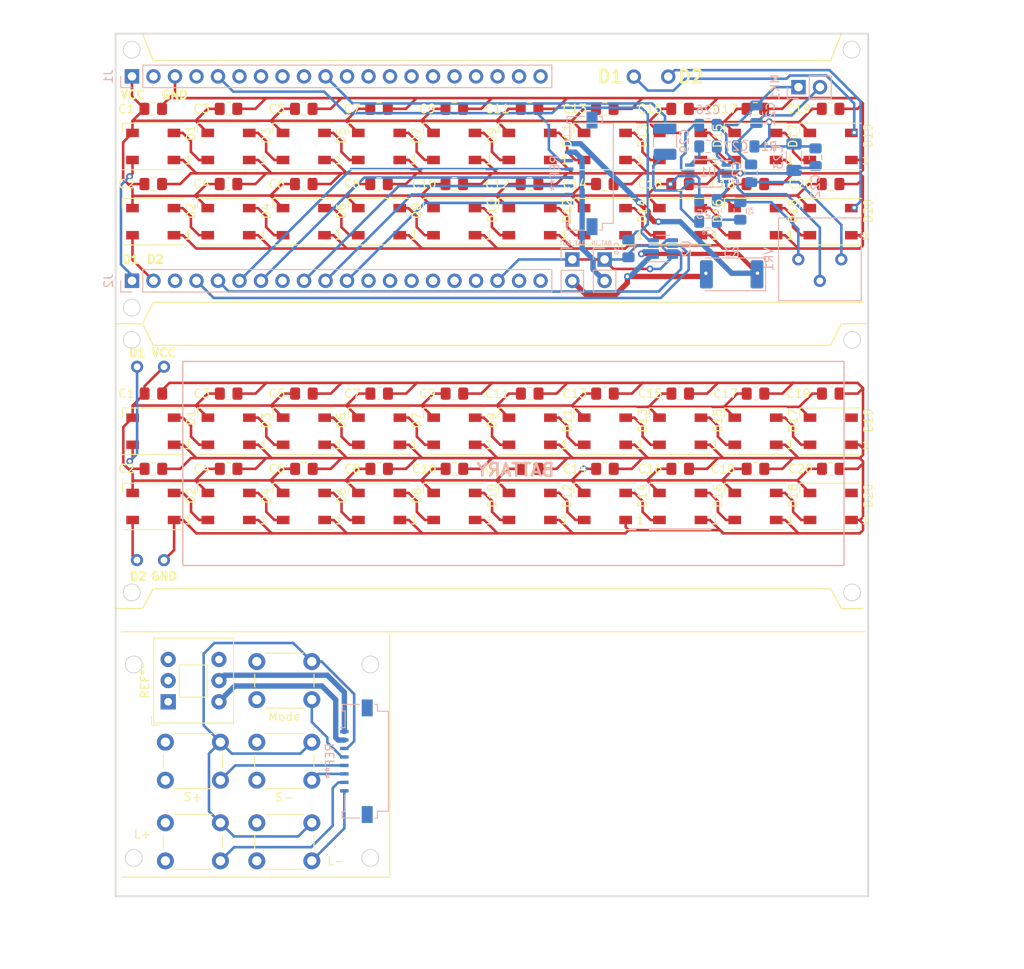
<source format=kicad_pcb>
(kicad_pcb (version 20211014) (generator pcbnew)
  (layers (0 "F.Cu" signal) (31 "B.Cu" signal) (34 "B.Paste" user) (35 "F.Paste" user) (36 "B.SilkS" user "B.Silkscreen") (37 "F.SilkS" user "F.Silkscreen") (38 "B.Mask" user) (39 "F.Mask" user) (44 "Edge.Cuts" user))
  (net 0 "")
  (net 1 "VCC")
  (net 2 "GND")
  (net 3 "A0")
  (net 4 "Net-(D1-Pad2)")
  (net 5 "Net-(D2-Pad2)")
  (net 6 "D2")
  (net 7 "Net-(D3-Pad2)")
  (net 8 "Net-(D4-Pad2)")
  (net 9 "Net-(D6-Pad2)")
  (net 10 "Net-(D7-Pad2)")
  (net 11 "Net-(D11-Pad2)")
  (net 12 "Net-(D12-Pad2)")
  (net 13 "Net-(D13-Pad2)")
  (net 14 "Net-(D15-Pad2)")
  (net 15 "Net-(D16-Pad2)")
  (net 16 "Net-(D17-Pad2)")
  (net 17 "Net-(D18-Pad2)")
  (net 35 "unconnected-(J2-Pad6)")
  (net 36 "unconnected-(J2-Pad7)")
  (net 38 "unconnected-(J2-Pad9)")
  (net 39 "unconnected-(J2-Pad10)")
  (net 40 "unconnected-(J2-Pad11)")
  (net 49 "D1")
  (net 50 "+3V3")
  (net 51 "SDA")
  (net 52 "SCL")
  (net 53 "3.7")
  (net 54 "Net-(J4-BAT_IN1-Pad2)")
  (net 55 "GND1")
  (net 56 "Net-(C21-Pad1)")
  (net 57 "Net-(C24-Pad2)")
  (net 58 "Net-(C26-Pad1)")
  (net 59 "Net-(C28-Pad2)")
  (net 60 "Net-(C28-Pad1)")
  (net 61 "Net-(U1-Pad3)")
  (net 62 "Net-(U1-Pad8)")
  (net 63 "Net-(U1-Pad1)")
  (net 64 "Net-(D5-Pad2)")
  (net 65 "Net-(D14-Pad2)")
  (net 66 "Net-(D11-Pad4)")
  (net 67 "Net-(D10-Pad4)")
  (net 68 "Net-(D10-Pad2)")
  (footprint "LED_SMD:LED_WS2812B_PLCC4_5.0x5.0mm_P3.2mm" (layer "F.Cu") (at 165.1 63.5 180)
    (fp_text reference "D15")
    (fp_text value "WS2812B")
  )
  (footprint "LED_SMD:LED_WS2812B_PLCC4_5.0x5.0mm_P3.2mm" (layer "F.Cu") (at 147.32 72.39 180)
    (fp_text reference "D12")
    (fp_text value "WS2812B")
  )
  (footprint "LED_SMD:LED_WS2812B_PLCC4_5.0x5.0mm_P3.2mm" (layer "F.Cu") (at 138.43 72.39 180)
    (fp_text reference "D10")
    (fp_text value "WS2812B")
  )
  (footprint "Capacitor_SMD:C_0805_2012Metric_Pad1.18x1.45mm_HandSolder" (layer "F.Cu") (at 120.6675 92.71)
    (fp_text reference "C5")
    (fp_text value "104")
  )
  (footprint "Capacitor_SMD:C_0805_2012Metric_Pad1.18x1.45mm_HandSolder" (layer "F.Cu") (at 129.54 59.055)
    (fp_text reference "C7")
    (fp_text value "104")
  )
  (footprint "Capacitor_SMD:C_0805_2012Metric_Pad1.18x1.45mm_HandSolder" (layer "F.Cu") (at 138.43 67.945)
    (fp_text reference "C10")
    (fp_text value "104")
  )
  (footprint "Capacitor_SMD:C_0805_2012Metric_Pad1.18x1.45mm_HandSolder" (layer "F.Cu") (at 156.2275 92.71)
    (fp_text reference "C13")
    (fp_text value "104")
  )
  (footprint "LED_SMD:LED_WS2812B_PLCC4_5.0x5.0mm_P3.2mm" (layer "F.Cu") (at 147.3375 106.045 180)
    (fp_text reference "D12")
    (fp_text value "WS2812B")
  )
  (footprint "Capacitor_SMD:C_0805_2012Metric_Pad1.18x1.45mm_HandSolder" (layer "F.Cu") (at 156.21 67.945)
    (fp_text reference "C14")
    (fp_text value "104")
  )
  (footprint "Capacitor_SMD:C_0805_2012Metric_Pad1.18x1.45mm_HandSolder" (layer "F.Cu") (at 182.88 67.945)
    (fp_text reference "C20")
    (fp_text value "104")
  )
  (footprint "Capacitor_SMD:C_0805_2012Metric_Pad1.18x1.45mm_HandSolder" (layer "F.Cu") (at 174.0075 101.6)
    (fp_text reference "C18")
    (fp_text value "104")
  )
  (footprint "" (layer "F.Cu") (at 100.950605 112.387802)
    (fp_text reference "")
    (fp_text value "")
  )
  (footprint "LED_SMD:LED_WS2812B_PLCC4_5.0x5.0mm_P3.2mm" (layer "F.Cu") (at 156.2275 106.045 180)
    (fp_text reference "D14")
    (fp_text value "WS2812B")
  )
  (footprint "LED_SMD:LED_WS2812B_PLCC4_5.0x5.0mm_P3.2mm" (layer "F.Cu") (at 120.6675 97.155 180)
    (fp_text reference "D5")
    (fp_text value "WS2812B")
  )
  (footprint "LED_SMD:LED_WS2812B_PLCC4_5.0x5.0mm_P3.2mm" (layer "F.Cu") (at 102.87 63.5 180)
    (fp_text reference "D1")
    (fp_text value "WS2812B")
  )
  (footprint "Capacitor_SMD:C_0805_2012Metric_Pad1.18x1.45mm_HandSolder" (layer "F.Cu") (at 102.87 67.945)
    (fp_text reference "C2")
    (fp_text value "104")
  )
  (footprint "Capacitor_SMD:C_0805_2012Metric_Pad1.18x1.45mm_HandSolder" (layer "F.Cu") (at 129.5575 92.71)
    (fp_text reference "C7")
    (fp_text value "104")
  )
  (footprint "LED_SMD:LED_WS2812B_PLCC4_5.0x5.0mm_P3.2mm" (layer "F.Cu") (at 182.88 72.39 180)
    (fp_text reference "D20")
    (fp_text value "WS2812B")
  )
  (footprint "LED_SMD:LED_WS2812B_PLCC4_5.0x5.0mm_P3.2mm" (layer "F.Cu") (at 182.88 63.5 180)
    (fp_text reference "D19")
    (fp_text value "WS2812B")
  )
  (footprint "Capacitor_SMD:C_0805_2012Metric_Pad1.18x1.45mm_HandSolder" (layer "F.Cu") (at 156.2275 101.6)
    (fp_text reference "C14")
    (fp_text value "104")
  )
  (footprint "Capacitor_SMD:C_0805_2012Metric_Pad1.18x1.45mm_HandSolder" (layer "F.Cu") (at 120.65 67.945)
    (fp_text reference "C6")
    (fp_text value "104")
  )
  (footprint "LED_SMD:LED_WS2812B_PLCC4_5.0x5.0mm_P3.2mm" (layer "F.Cu") (at 165.1175 97.155 180)
    (fp_text reference "D15")
    (fp_text value "WS2812B")
  )
  (footprint "Capacitor_SMD:C_0805_2012Metric_Pad1.18x1.45mm_HandSolder" (layer "F.Cu") (at 111.76 59.055)
    (fp_text reference "C3")
    (fp_text value "104")
  )
  (footprint "Button_Switch_THT:SW_PUSH_6mm_H9.5mm" (layer "F.Cu") (at 110.8075 147.928089 180)
    (fp_text reference "L+")
    (fp_text value "SW_PUSH_6mm_H9.5mm")
  )
  (footprint "Capacitor_SMD:C_0805_2012Metric_Pad1.18x1.45mm_HandSolder" (layer "F.Cu") (at 138.4475 101.6)
    (fp_text reference "C10")
    (fp_text value "104")
  )
  (footprint "Button_Switch_THT:SW_PUSH_6mm_H9.5mm" (layer "F.Cu") (at 121.6025 138.403089 180)
    (fp_text reference "S-")
    (fp_text value "SW_PUSH_6mm_H9.5mm")
  )
  (footprint "LED_SMD:LED_WS2812B_PLCC4_5.0x5.0mm_P3.2mm" (layer "F.Cu") (at 120.6675 106.045 180)
    (fp_text reference "D6")
    (fp_text value "WS2812B")
  )
  (footprint "LED_SMD:LED_WS2812B_PLCC4_5.0x5.0mm_P3.2mm" (layer "F.Cu") (at 173.99 72.39 180)
    (fp_text reference "D18")
    (fp_text value "WS2812B")
  )
  (footprint "Capacitor_SMD:C_0805_2012Metric_Pad1.18x1.45mm_HandSolder" (layer "F.Cu") (at 147.32 67.945)
    (fp_text reference "C12")
    (fp_text value "104")
  )
  (footprint "Capacitor_SMD:C_0805_2012Metric_Pad1.18x1.45mm_HandSolder" (layer "F.Cu") (at 173.99 59.055)
    (fp_text reference "C17")
    (fp_text value "104")
  )
  (footprint "LED_SMD:LED_WS2812B_PLCC4_5.0x5.0mm_P3.2mm" (layer "F.Cu") (at 156.21 63.5 180)
    (fp_text reference "D13")
    (fp_text value "WS2812B")
  )
  (footprint "Capacitor_SMD:C_0805_2012Metric_Pad1.18x1.45mm_HandSolder" (layer "F.Cu") (at 102.87 59.055)
    (fp_text reference "C1")
    (fp_text value "104")
  )
  (footprint "Button_Switch_THT:SW_PUSH_6mm_H9.5mm" (layer "F.Cu") (at 121.6025 128.878089 180)
    (fp_text reference "Mode")
    (fp_text value "SW_PUSH_6mm_H9.5mm")
  )
  (footprint "Capacitor_SMD:C_0805_2012Metric_Pad1.18x1.45mm_HandSolder" (layer "F.Cu") (at 182.8975 92.71)
    (fp_text reference "C19")
    (fp_text value "104")
  )
  (footprint "Capacitor_SMD:C_0805_2012Metric_Pad1.18x1.45mm_HandSolder" (layer "F.Cu") (at 174.0075 92.71)
    (fp_text reference "C17")
    (fp_text value "104")
  )
  (footprint "LED_SMD:LED_WS2812B_PLCC4_5.0x5.0mm_P3.2mm" (layer "F.Cu") (at 165.1 72.39 180)
    (fp_text reference "D16")
    (fp_text value "WS2812B")
  )
  (footprint "Capacitor_SMD:C_0805_2012Metric_Pad1.18x1.45mm_HandSolder" (layer "F.Cu") (at 120.65 59.055)
    (fp_text reference "C5")
    (fp_text value "104")
  )
  (footprint "LED_SMD:LED_WS2812B_PLCC4_5.0x5.0mm_P3.2mm" (layer "F.Cu") (at 182.8975 97.155 180)
    (fp_text reference "D19")
    (fp_text value "WS2812B")
  )
  (footprint "LED_SMD:LED_WS2812B_PLCC4_5.0x5.0mm_P3.2mm" (layer "F.Cu") (at 102.8875 97.155 180)
    (fp_text reference "D1")
    (fp_text value "WS2812B")
  )
  (footprint "Button_Switch_THT:SW_PUSH_6mm_H9.5mm" (layer "F.Cu") (at 121.6025 147.928089 180)
    (fp_text reference "L-")
    (fp_text value "SW_PUSH_6mm_H9.5mm")
  )
  (footprint "Capacitor_SMD:C_0805_2012Metric_Pad1.18x1.45mm_HandSolder" (layer "F.Cu") (at 165.1 67.945)
    (fp_text reference "C16")
    (fp_text value "104")
  )
  (footprint "LED_SMD:LED_WS2812B_PLCC4_5.0x5.0mm_P3.2mm" (layer "F.Cu") (at 120.65 63.5 180)
    (fp_text reference "D5")
    (fp_text value "WS2812B")
  )
  (footprint "LED_SMD:LED_WS2812B_PLCC4_5.0x5.0mm_P3.2mm" (layer "F.Cu") (at 138.4475 97.155 180)
    (fp_text reference "D9")
    (fp_text value "WS2812B")
  )
  (footprint "Capacitor_SMD:C_0805_2012Metric_Pad1.18x1.45mm_HandSolder" (layer "F.Cu") (at 156.21 59.055)
    (fp_text reference "C13")
    (fp_text value "104")
  )
  (footprint "LED_SMD:LED_WS2812B_PLCC4_5.0x5.0mm_P3.2mm" (layer "F.Cu") (at 156.2275 97.155 180)
    (fp_text reference "D13")
    (fp_text value "WS2812B")
  )
  (footprint "LED_SMD:LED_WS2812B_PLCC4_5.0x5.0mm_P3.2mm" (layer "F.Cu") (at 129.5575 97.155 180)
    (fp_text reference "D7")
    (fp_text value "WS2812B")
  )
  (footprint "LED_SMD:LED_WS2812B_PLCC4_5.0x5.0mm_P3.2mm" (layer "F.Cu") (at 182.8975 106.045 180)
    (fp_text reference "D20")
    (fp_text value "WS2812B")
  )
  (footprint "LED_SMD:LED_WS2812B_PLCC4_5.0x5.0mm_P3.2mm" (layer "F.Cu") (at 174.0075 106.045 180)
    (fp_text reference "D18")
    (fp_text value "WS2812B")
  )
  (footprint "Capacitor_SMD:C_0805_2012Metric_Pad1.18x1.45mm_HandSolder" (layer "F.Cu") (at 147.32 59.055)
    (fp_text reference "C11")
    (fp_text value "104")
  )
  (footprint "LED_SMD:LED_WS2812B_PLCC4_5.0x5.0mm_P3.2mm" (layer "F.Cu") (at 120.65 72.39 180)
    (fp_text reference "D6")
    (fp_text value "WS2812B")
  )
  (footprint "Capacitor_SMD:C_0805_2012Metric_Pad1.18x1.45mm_HandSolder" (layer "F.Cu") (at 111.76 67.945)
    (fp_text reference "C4")
    (fp_text value "104")
  )
  (footprint "LED_SMD:LED_WS2812B_PLCC4_5.0x5.0mm_P3.2mm" (layer "F.Cu") (at 156.21 72.39 180)
    (fp_text reference "D14")
    (fp_text value "WS2812B")
  )
  (footprint "Capacitor_SMD:C_0805_2012Metric_Pad1.18x1.45mm_HandSolder" (layer "F.Cu") (at 102.8875 92.71)
    (fp_text reference "C1")
    (fp_text value "104")
  )
  (footprint "Capacitor_SMD:C_0805_2012Metric_Pad1.18x1.45mm_HandSolder" (layer "F.Cu") (at 138.4475 92.71)
    (fp_text reference "C9")
    (fp_text value "104")
  )
  (footprint "" (layer "F.Cu") (at 104.14 89.535)
    (fp_text reference "")
    (fp_text value "")
  )
  (footprint "LED_SMD:LED_WS2812B_PLCC4_5.0x5.0mm_P3.2mm" (layer "F.Cu") (at 111.76 72.39 180)
    (fp_text reference "D4")
    (fp_text value "WS2812B")
  )
  (footprint "LED_SMD:LED_WS2812B_PLCC4_5.0x5.0mm_P3.2mm" (layer "F.Cu") (at 129.5575 106.045 180)
    (fp_text reference "D8")
    (fp_text value "WS2812B")
  )
  (footprint "Button_Switch_THT:SW_PUSH_6mm_H9.5mm" (layer "F.Cu") (at 110.8075 138.403089 180)
    (fp_text reference "S+")
    (fp_text value "SW_PUSH_6mm_H9.5mm")
  )
  (footprint "Capacitor_SMD:C_0805_2012Metric_Pad1.18x1.45mm_HandSolder" (layer "F.Cu") (at 120.6675 101.6)
    (fp_text reference "C6")
    (fp_text value "104")
  )
  (footprint "" (layer "F.Cu") (at 159.639 55.245)
    (fp_text reference "")
    (fp_text value "")
  )
  (footprint "LED_SMD:LED_WS2812B_PLCC4_5.0x5.0mm_P3.2mm" (layer "F.Cu") (at 111.7775 106.045 180)
    (fp_text reference "D4")
    (fp_text value "WS2812B")
  )
  (footprint "Capacitor_SMD:C_0805_2012Metric_Pad1.18x1.45mm_HandSolder" (layer "F.Cu") (at 165.1 59.055)
    (fp_text reference "C15")
    (fp_text value "104")
  )
  (footprint "" (layer "F.Cu") (at 100.965 89.535)
    (fp_text reference "")
    (fp_text value "")
  )
  (footprint "Capacitor_SMD:C_0805_2012Metric_Pad1.18x1.45mm_HandSolder" (layer "F.Cu") (at 147.3375 92.71)
    (fp_text reference "C11")
    (fp_text value "104")
  )
  (footprint "LED_SMD:LED_WS2812B_PLCC4_5.0x5.0mm_P3.2mm" (layer "F.Cu") (at 102.8875 106.045 180)
    (fp_text reference "D2")
    (fp_text value "WS2812B")
  )
  (footprint "" (layer "F.Cu") (at 104.14 112.395)
    (fp_text reference "")
    (fp_text value "")
  )
  (footprint "LED_SMD:LED_WS2812B_PLCC4_5.0x5.0mm_P3.2mm" (layer "F.Cu") (at 129.54 63.5 180)
    (fp_text reference "D7")
    (fp_text value "WS2812B")
  )
  (footprint "Capacitor_SMD:C_0805_2012Metric_Pad1.18x1.45mm_HandSolder" (layer "F.Cu") (at 182.8975 101.6)
    (fp_text reference "C20")
    (fp_text value "104")
  )
  (footprint "Capacitor_SMD:C_0805_2012Metric_Pad1.18x1.45mm_HandSolder" (layer "F.Cu") (at 182.88 59.055)
    (fp_text reference "C19")
    (fp_text value "104")
  )
  (footprint "Button_Switch_THT:SW_Push_2P2T_Toggle_CK_PVA2OAH5xxxxxxV2" (layer "F.Cu") (at 104.635 129.126789 90)
    (fp_text reference "REF**")
    (fp_text value "SW_Push_2P2T_Toggle_CK_PVA2OAH5xxxxxxV2")
  )
  (footprint "Capacitor_SMD:C_0805_2012Metric_Pad1.18x1.45mm_HandSolder" (layer "F.Cu") (at 129.5575 101.6)
    (fp_text reference "C8")
    (fp_text value "104")
  )
  (footprint "Capacitor_SMD:C_0805_2012Metric_Pad1.18x1.45mm_HandSolder" (layer "F.Cu") (at 102.8875 101.6)
    (fp_text reference "C2")
    (fp_text value "104")
  )
  (footprint "LED_SMD:LED_WS2812B_PLCC4_5.0x5.0mm_P3.2mm" (layer "F.Cu") (at 102.87 72.39 180)
    (fp_text reference "D2")
    (fp_text value "WS2812B")
  )
  (footprint "LED_SMD:LED_WS2812B_PLCC4_5.0x5.0mm_P3.2mm" (layer "F.Cu") (at 174.0075 97.155 180)
    (fp_text reference "D17")
    (fp_text value "WS2812B")
  )
  (footprint "LED_SMD:LED_WS2812B_PLCC4_5.0x5.0mm_P3.2mm" (layer "F.Cu") (at 147.3375 97.155 180)
    (fp_text reference "D11")
    (fp_text value "WS2812B")
  )
  (footprint "LED_SMD:LED_WS2812B_PLCC4_5.0x5.0mm_P3.2mm" (layer "F.Cu") (at 129.54 72.39 180)
    (fp_text reference "D8")
    (fp_text value "WS2812B")
  )
  (footprint "Capacitor_SMD:C_0805_2012Metric_Pad1.18x1.45mm_HandSolder" (layer "F.Cu") (at 165.1175 92.71)
    (fp_text reference "C15")
    (fp_text value "104")
  )
  (footprint "Capacitor_SMD:C_0805_2012Metric_Pad1.18x1.45mm_HandSolder" (layer "F.Cu") (at 165.1175 101.6)
    (fp_text reference "C16")
    (fp_text value "104")
  )
  (footprint "Capacitor_SMD:C_0805_2012Metric_Pad1.18x1.45mm_HandSolder" (layer "F.Cu") (at 138.43 59.055)
    (fp_text reference "C9")
    (fp_text value "104")
  )
  (footprint "Capacitor_SMD:C_0805_2012Metric_Pad1.18x1.45mm_HandSolder" (layer "F.Cu") (at 147.3375 101.6)
    (fp_text reference "C12")
    (fp_text value "104")
  )
  (footprint "LED_SMD:LED_WS2812B_PLCC4_5.0x5.0mm_P3.2mm" (layer "F.Cu") (at 173.99 63.5 180)
    (fp_text reference "D17")
    (fp_text value "WS2812B")
  )
  (footprint "" (layer "F.Cu") (at 163.703 55.245)
    (fp_text reference "")
    (fp_text value "")
  )
  (footprint "Capacitor_SMD:C_0805_2012Metric_Pad1.18x1.45mm_HandSolder" (layer "F.Cu") (at 111.7775 92.71)
    (fp_text reference "C3")
    (fp_text value "104")
  )
  (footprint "Capacitor_SMD:C_0805_2012Metric_Pad1.18x1.45mm_HandSolder" (layer "F.Cu") (at 173.99 67.945)
    (fp_text reference "C18")
    (fp_text value "104")
  )
  (footprint "LED_SMD:LED_WS2812B_PLCC4_5.0x5.0mm_P3.2mm" (layer "F.Cu") (at 138.43 63.5 180)
    (fp_text reference "D9")
    (fp_text value "WS2812B")
  )
  (footprint "LED_SMD:LED_WS2812B_PLCC4_5.0x5.0mm_P3.2mm" (layer "F.Cu") (at 111.76 63.5 180)
    (fp_text reference "D3")
    (fp_text value "WS2812B")
  )
  (footprint "Capacitor_SMD:C_0805_2012Metric_Pad1.18x1.45mm_HandSolder" (layer "F.Cu") (at 129.54 67.945)
    (fp_text reference "C8")
    (fp_text value "104")
  )
  (footprint "Capacitor_SMD:C_0805_2012Metric_Pad1.18x1.45mm_HandSolder" (layer "F.Cu") (at 111.7775 101.6)
    (fp_text reference "C4")
    (fp_text value "104")
  )
  (footprint "LED_SMD:LED_WS2812B_PLCC4_5.0x5.0mm_P3.2mm" (layer "F.Cu") (at 165.1175 106.045 180)
    (fp_text reference "D16")
    (fp_text value "WS2812B")
  )
  (footprint "LED_SMD:LED_WS2812B_PLCC4_5.0x5.0mm_P3.2mm" (layer "F.Cu") (at 111.7775 97.155 180)
    (fp_text reference "D3")
    (fp_text value "WS2812B")
  )
  (footprint "LED_SMD:LED_WS2812B_PLCC4_5.0x5.0mm_P3.2mm" (layer "F.Cu") (at 138.4475 106.045 180)
    (fp_text reference "D10")
    (fp_text value "WS2812B")
  )
  (footprint "LED_SMD:LED_WS2812B_PLCC4_5.0x5.0mm_P3.2mm" (layer "F.Cu") (at 147.32 63.5 180)
    (fp_text reference "D11")
    (fp_text value "WS2812B")
  )
  (footprint "Connector_FFC-FPC:Molex_200528-0080_1x08-1MP_P1.00mm_Horizontal" (layer "B.Cu") (at 126.3535 136.153089 -90)
    (fp_text reference "REF**")
    (fp_text value "Molex_200528-0080_1x08-1MP_P1.00mm_Horizontal")
  )
  (footprint "Capacitor_SMD:C_1210_3225Metric_Pad1.33x2.70mm_HandSolder" (layer "B.Cu") (at 163.322 62.865 90)
    (fp_text reference "C29")
    (fp_text value "220uF")
  )
  (footprint "Capacitor_SMD:C_0805_2012Metric_Pad1.18x1.45mm_HandSolder" (layer "B.Cu") (at 174.117 59.69 90)
    (fp_text reference "C21")
    (fp_text value "104")
  )
  (footprint "Connector_PinSocket_2.54mm:PinSocket_1x02_P2.54mm_Vertical" (layer "B.Cu") (at 156.185 76.855 180)
    (fp_text reference "BAT_IN")
    (fp_text value "Conn_01x02")
  )
  (footprint "Capacitor_SMD:C_0805_2012Metric_Pad1.18x1.45mm_HandSolder" (layer "B.Cu") (at 168.402 63.5 180)
    (fp_text reference "C27")
    (fp_text value "10uF")
  )
  (footprint "Package_TO_SOT_SMD:SOT-23-8" (layer "B.Cu") (at 163.068 75.565)
    (fp_text reference "U2")
    (fp_text value "INA219AxDCN")
  )
  (footprint "Capacitor_SMD:C_0805_2012Metric_Pad1.18x1.45mm_HandSolder" (layer "B.Cu") (at 159.004 75.565 -90)
    (fp_text reference "C30")
    (fp_text value "104")
  )
  (footprint "Capacitor_SMD:C_0805_2012Metric_Pad1.18x1.45mm_HandSolder" (layer "B.Cu") (at 172.847 63.5 180)
    (fp_text reference "R1")
    (fp_text value "10k")
  )
  (footprint "Package_SO:TSSOP-8_3x3mm_P0.65mm" (layer "B.Cu") (at 168.402 66.675 180)
    (fp_text reference "U1")
    (fp_text value "LM386")
  )
  (footprint "Potentiometer_THT:Potentiometer_Bourns_3386P_Vertical" (layer "B.Cu") (at 184.15 76.85 -90)
    (fp_text reference "VR1")
    (fp_text value "R_Variable-10k")
  )
  (footprint "Connector_PinSocket_2.54mm:PinSocket_1x20_P2.54mm_Vertical" (layer "B.Cu") (at 100.36 55.22 -90)
    (fp_text reference "J1")
    (fp_text value "Conn_01x20")
  )
  (footprint "Diode_SMD:D_2512_6332Metric_Pad1.52x3.35mm_HandSolder" (layer "B.Cu") (at 171.196 78.613 180)
    (fp_text reference "R3")
    (fp_text value "0.01R 1% 2512")
  )
  (footprint "Connector_PinSocket_2.54mm:PinSocket_1x02_P2.54mm_Vertical" (layer "B.Cu") (at 152.375 76.855 180)
    (fp_text reference "BAT_OUT")
    (fp_text value "Conn_01x02")
  )
  (footprint "Connector_PinSocket_2.54mm:PinSocket_1x02_P2.54mm_Vertical" (layer "B.Cu") (at 179.09 56.49 -90)
    (fp_text reference "MK1")
    (fp_text value "Microphone")
  )
  (footprint "Capacitor_SMD:C_0805_2012Metric_Pad1.18x1.45mm_HandSolder" (layer "B.Cu") (at 168.402 60.96)
    (fp_text reference "C26")
    (fp_text value "104")
  )
  (footprint "Connector_PinSocket_2.54mm:PinSocket_1x20_P2.54mm_Vertical" (layer "B.Cu") (at 100.36 79.375 -90)
    (fp_text reference "J2")
    (fp_text value "Conn_01x20")
  )
  (footprint "Capacitor_SMD:C_0805_2012Metric_Pad1.18x1.45mm_HandSolder" (layer "B.Cu") (at 173.482 66.675 -90)
    (fp_text reference "C24")
    (fp_text value "1uF")
  )
  (footprint "Connector_FFC-FPC:Molex_200528-0080_1x08-1MP_P1.00mm_Horizontal" (layer "B.Cu") (at 152.908 66.675 -90)
    (fp_text reference "REF**")
    (fp_text value "Molex_200528-0080_1x08-1MP_P1.00mm_Horizontal")
  )
  (footprint "Capacitor_SMD:C_1206_3216Metric_Pad1.33x1.80mm_HandSolder" (layer "B.Cu") (at 178.562 64.77 -90)
    (fp_text reference "C23")
    (fp_text value "100uF")
  )
  (footprint "Capacitor_SMD:C_0805_2012Metric_Pad1.18x1.45mm_HandSolder" (layer "B.Cu") (at 168.402 72.39 180)
    (fp_text reference "C28")
    (fp_text value "30pF")
  )
  (footprint "Capacitor_SMD:C_0805_2012Metric_Pad1.18x1.45mm_HandSolder" (layer "B.Cu") (at 181.102 64.77 -90)
    (fp_text reference "C22")
    (fp_text value "104")
  )
  (footprint "Capacitor_SMD:C_0805_2012Metric_Pad1.18x1.45mm_HandSolder" (layer "B.Cu") (at 172.212 71.12 90)
    (fp_text reference "R2")
    (fp_text value "10R")
  )
  (footprint "Capacitor_SMD:C_0805_2012Metric_Pad1.18x1.45mm_HandSolder" (layer "B.Cu") (at 168.402 69.85)
    (fp_text reference "C25")
    (fp_text value "104")
  )
  (gr_rect (start 106.3625 88.9) (end 184.4675 113.03) (layer "B.SilkS") (width 0.15) (fill none))
  (gr_line (start 184.15 84.455) (end 187.325 84.455) (layer "F.SilkS") (width 0.15))
  (gr_line (start 99.06 120.8532) (end 186.944 120.8532) (layer "F.SilkS") (width 0.15))
  (gr_line (start 182.88 115.7732) (end 184.15 118.11) (layer "F.SilkS") (width 0.15))
  (gr_line (start 130.81 149.86) (end 99.06 149.86) (layer "F.SilkS") (width 0.15))
  (gr_line (start 182.88 53.34) (end 184.15 50.165) (layer "F.SilkS") (width 0.15))
  (gr_line (start 182.88 86.995) (end 184.15 84.455) (layer "F.SilkS") (width 0.15))
  (gr_line (start 101.6 84.455) (end 102.87 86.995) (layer "F.SilkS") (width 0.15))
  (gr_line (start 130.81 121.285) (end 130.81 149.86) (layer "F.SilkS") (width 0.15))
  (gr_line (start 102.87 53.34) (end 101.6 50.165) (layer "F.SilkS") (width 0.15))
  (gr_line (start 102.87 81.915) (end 101.6 84.455) (layer "F.SilkS") (width 0.15))
  (gr_line (start 99.06 118.11) (end 98.425 118.11) (layer "F.SilkS") (width 0.15))
  (gr_line (start 101.6 84.455) (end 98.425 84.455) (layer "F.SilkS") (width 0.15))
  (gr_line (start 101.6 118.11) (end 99.06 118.11) (layer "F.SilkS") (width 0.15))
  (gr_line locked (start 182.88 115.7732) (end 102.87 115.7732) (layer "F.SilkS") (width 0.15))
  (gr_line (start 182.88 86.995) (end 102.87 86.995) (layer "F.SilkS") (width 0.15))
  (gr_line (start 102.87 53.34) (end 182.88 53.34) (layer "F.SilkS") (width 0.15))
  (gr_line (start 102.87 115.7732) (end 101.6 118.11) (layer "F.SilkS") (width 0.15))
  (gr_line (start 186.69 81.915) (end 102.87 81.915) (layer "F.SilkS") (width 0.15))
  (gr_line (start 184.15 118.11) (end 186.69 118.11) (layer "F.SilkS") (width 0.15))
  (gr_circle (center 185.42 116.205) (end 186.42 116.205) (layer "Edge.Cuts") (width 0.1) (fill none))
  (gr_circle (center 185.356837 52.065049) (end 186.356837 52.065049) (layer "Edge.Cuts") (width 0.1) (fill none))
  (gr_circle (center 185.42 86.36) (end 186.42 86.36) (layer "Edge.Cuts") (width 0.1) (fill none))
  (gr_circle (center 100.33 52.07) (end 101.33 52.07) (layer "Edge.Cuts") (width 0.1) (fill none))
  (gr_circle (center 100.33 86.36) (end 101.33 86.36) (layer "Edge.Cuts") (width 0.1) (fill none))
  (gr_circle (center 100.5725 124.723089) (end 100.5725 123.723089) (layer "Edge.Cuts") (width 0.1) (fill none))
  (gr_rect (start 98.425 50.165) (end 187.325 152.1206) (layer "Edge.Cuts") (width 0.2) (fill none))
  (gr_circle (center 100.5725 147.583089) (end 100.5725 146.583089) (layer "Edge.Cuts") (width 0.1) (fill none))
  (gr_circle (center 100.33 116.205) (end 101.33 116.205) (layer "Edge.Cuts") (width 0.1) (fill none))
  (gr_circle (center 128.5125 147.583089) (end 128.5125 146.583089) (layer "Edge.Cuts") (width 0.1) (fill none))
  (gr_circle (center 100.33 82.55) (end 101.33 82.55) (layer "Edge.Cuts") (width 0.1) (fill none))
  (gr_circle (center 128.5125 124.723089) (end 128.5125 123.723089) (layer "Edge.Cuts") (width 0.1) (fill none))
  (gr_text "BATTARY" (at 145.669 101.727) (layer "B.SilkS") (effects (font (size 1.5 1.5) (thickness 0.3)) (justify mirror)))
  (gr_text "GND" (at 104.14 114.3) (layer "F.SilkS") (effects (font (size 1 1) (thickness 0.25))))
  (gr_text "D1" (at 100.965 87.884) (layer "F.SilkS") (effects (font (size 1 1) (thickness 0.25))))
  (gr_text "VCC" (at 100.457 57.404) (layer "F.SilkS") (effects (font (size 1 1) (thickness 0.25))))
  (gr_text "GND" (at 105.41 57.404) (layer "F.SilkS") (effects (font (size 1 1) (thickness 0.25))))
  (gr_text "D2" (at 103.124 76.835) (layer "F.SilkS") (effects (font (size 1 1) (thickness 0.25))))
  (gr_text "D1" (at 156.845 55.245) (layer "F.SilkS") (effects (font (size 1.5 1.5) (thickness 0.3))))
  (gr_text "D2" (at 166.37 55.245) (layer "F.SilkS") (effects (font (size 1.5 1.5) (thickness 0.3))))
  (gr_text "D2" (at 101.092 114.3) (layer "F.SilkS") (effects (font (size 1 1) (thickness 0.25))))
  (gr_text "VCC" (at 104.14 87.884) (layer "F.SilkS") (effects (font (size 1 1) (thickness 0.25))))
  (gr_text "D1" (at 100.203 76.835) (layer "F.SilkS") (effects (font (size 1 1) (thickness 0.25))))
  (segment (start 125.4435 144.087089) (end 125.4435 139.653089) (width 0.3048) (layer "B.Cu") (net 0))
  (segment (start 123.4325 133.942089) (end 125.1435 135.653089) (width 0.3048) (layer "B.Cu") (net 0))
  (segment (start 112.5575 136.653089) (end 110.8075 138.403089) (width 0.3048) (layer "B.Cu") (net 0))
  (segment (start 121.6025 131.521045) (end 123.4325 133.351045) (width 0.3048) (layer "B.Cu") (net 0))
  (segment (start 125.1435 135.653089) (end 125.4435 135.653089) (width 0.3048) (layer "B.Cu") (net 0))
  (segment (start 124.0675 139.328089) (end 124.7425 138.653089) (width 0.3048) (layer "B.Cu") (net 0))
  (segment (start 121.5275 146.313089) (end 124.0675 143.773089) (width 0.3048) (layer "B.Cu") (net 0))
  (segment (start 124.7425 138.653089) (end 125.4435 138.653089) (width 0.3048) (layer "B.Cu") (net 0))
  (segment (start 110.8075 147.928089) (end 112.4225 146.313089) (width 0.3048) (layer "B.Cu") (net 0))
  (segment (start 121.6025 128.878089) (end 121.6025 131.521045) (width 0.3048) (layer "B.Cu") (net 0))
  (segment (start 122.3525 137.653089) (end 121.6025 138.403089) (width 0.3048) (layer "B.Cu") (net 0))
  (segment (start 121.6025 147.928089) (end 125.4435 144.087089) (width 0.3048) (layer "B.Cu") (net 0))
  (segment (start 112.4225 146.313089) (end 121.5275 146.313089) (width 0.3048) (layer "B.Cu") (net 0))
  (segment (start 125.4435 137.653089) (end 122.3525 137.653089) (width 0.3048) (layer "B.Cu") (net 0))
  (segment (start 125.4435 136.653089) (end 112.5575 136.653089) (width 0.3048) (layer "B.Cu") (net 0))
  (segment (start 123.4325 133.351045) (end 123.4325 133.942089) (width 0.3048) (layer "B.Cu") (net 0))
  (segment (start 124.0675 143.773089) (end 124.0675 139.328089) (width 0.3048) (layer "B.Cu") (net 0))
  (segment (start 107.8775 60.4675) (end 109.31 61.9) (width 0.3048) (layer "F.Cu") (net 1))
  (segment (start 135.96 59.055) (end 134.5475 60.4675) (width 0.3048) (layer "F.Cu") (net 1))
  (segment (start 100.4375 102.96) (end 100.4375 104.445) (width 0.3048) (layer "F.Cu") (net 1))
  (segment (start 99.901636 67.945) (end 101.8325 67.945) (width 0.3048) (layer "F.Cu") (net 1))
  (segment (start 100.42 69.305) (end 100.42 70.79) (width 0.3048) (layer "F.Cu") (net 1))
  (segment (start 109.185 67.945) (end 107.825 69.305) (width 0.3048) (layer "F.Cu") (net 1))
  (segment (start 101.8325 59.055) (end 100.42 60.4675) (width 0.3048) (layer "F.Cu") (net 1))
  (segment (start 143.455 94.1225) (end 152.345 94.1225) (width 0.3048) (layer "F.Cu") (net 1))
  (segment (start 172.97 92.71) (end 171.8485 92.71) (width 0.3048) (layer "F.Cu") (net 1))
  (segment (start 100.4745 102.997) (end 107.8055 102.997) (width 0.3048) (layer "F.Cu") (net 1))
  (segment (start 125.675 94.1225) (end 127.1075 94.1225) (width 0.3048) (layer "F.Cu") (net 1))
  (segment (start 137.41 92.71) (end 135.9775 92.71) (width 0.3048) (layer "F.Cu") (net 1))
  (segment (start 99.335589 101.016453) (end 99.919136 101.6) (width 0.3048) (layer "F.Cu") (net 1))
  (segment (start 170.2805 94.278) (end 171.5575 95.555) (width 0.3048) (layer "F.Cu") (net 1))
  (segment (start 135.8725 101.6) (end 134.5125 102.96) (width 0.3048) (layer "F.Cu") (net 1))
  (segment (start 100.42 60.4675) (end 100.42 61.9) (width 0.3048) (layer "F.Cu") (net 1))
  (segment (start 128.52 92.71) (end 127.0875 92.71) (width 0.3048) (layer "F.Cu") (net 1))
  (segment (start 107.8425 102.96) (end 116.7325 102.96) (width 0.3048) (layer "F.Cu") (net 1))
  (segment (start 100.457 69.342) (end 107.788 69.342) (width 0.3048) (layer "F.Cu") (net 1))
  (segment (start 181.86 101.6) (end 180.3225 101.6) (width 0.3048) (layer "F.Cu") (net 1))
  (segment (start 143.4025 102.96) (end 144.8875 104.445) (width 0.3048) (layer "F.Cu") (net 1))
  (segment (start 152.483 60.623) (end 161.207 60.623) (width 0.3048) (layer "F.Cu") (net 1))
  (segment (start 110.7225 59.055) (end 109.29 59.055) (width 0.3048) (layer "F.Cu") (net 1))
  (segment (start 127.0875 92.71) (end 125.675 94.1225) (width 0.3048) (layer "F.Cu") (net 1))
  (segment (start 116.715 69.305) (end 125.605 69.305) (width 0.3048) (layer "F.Cu") (net 1))
  (segment (start 99.919136 101.6) (end 101.85 101.6) (width 0.3048) (layer "F.Cu") (net 1))
  (segment (start 171.8485 92.71) (end 170.2805 94.278) (width 0.3048) (layer "F.Cu") (net 1))
  (segment (start 152.5005 94.278) (end 161.2245 94.278) (width 0.3048) (layer "F.Cu") (net 1))
  (segment (start 161.2245 94.278) (end 170.2805 94.278) (width 0.3048) (layer "F.Cu") (net 1))
  (segment (start 134.565 94.1225) (end 135.9975 94.1225) (width 0.3048) (layer "F.Cu") (net 1))
  (segment (start 116.492 94.1225) (end 116.785 94.1225) (width 0.3048) (layer "F.Cu") (net 1))
  (segment (start 170.055 69.305) (end 178.945 69.305) (width 0.3048) (layer "F.Cu") (net 1))
  (segment (start 152.345 94.1225) (end 152.5005 94.278) (width 0.3048) (layer "F.Cu") (net 1))
  (segment (start 143.455 94.1225) (end 144.8875 95.555) (width 0.3048) (layer "F.Cu") (net 1))
  (segment (start 110.74 101.6) (end 109.2025 101.6) (width 0.3048) (layer "F.Cu") (net 1))
  (segment (start 135.855 67.945) (end 134.495 69.305) (width 0.3048) (layer "F.Cu") (net 1))
  (segment (start 152.5005 94.278) (end 153.7775 95.555) (width 0.3048) (layer "F.Cu") (net 1))
  (segment (start 110.74 92.71) (end 109.3075 92.71) (width 0.3048) (layer "F.Cu") (net 1))
  (segment (start 180.3225 101.6) (end 178.9625 102.96) (width 0.3048) (layer "F.Cu") (net 1))
  (segment (start 153.74 59.055) (end 152.3275 60.4675) (width 0.3048) (layer "F.Cu") (net 1))
  (segment (start 119.63 92.71) (end 118.1975 92.71) (width 0.3048) (layer "F.Cu") (net 1))
  (segment (start 116.7675 60.4675) (end 118.2 61.9) (width 0.3048) (layer "F.Cu") (net 1))
  (segment (start 181.8425 67.945) (end 180.305 67.945) (width 0.3048) (layer "F.Cu") (net 1))
  (segment (start 100.36 55.22) (end 100.36 57.5825) (width 0.3048) (layer "F.Cu") (net 1))
  (segment (start 170.263 60.623) (end 179.153 60.623) (width 0.3048) (layer "F.Cu") (net 1))
  (segment (start 161.2245 94.278) (end 161.3905 94.278) (width 0.3048) (layer "F.Cu") (net 1))
  (segment (start 161.3905 94.278) (end 162.6675 95.555) (width 0.3048) (layer "F.Cu") (net 1))
  (segment (start 100.42 61.9) (end 99.318089 63.001911) (width 0.3048) (layer "F.Cu") (net 1))
  (segment (start 143.385 69.305) (end 152.275 69.305) (width 0.3048) (layer "F.Cu") (net 1))
  (segment (start 178.9625 102.96) (end 180.4475 104.445) (width 0.3048) (layer "F.Cu") (net 1))
  (segment (start 116.785 94.1225) (end 125.675 94.1225) (width 0.3048) (layer "F.Cu") (net 1))
  (segment (start 143.385 69.305) (end 144.87 70.79) (width 0.3048) (layer "F.Cu") (net 1))
  (segment (start 134.5125 102.96) (end 143.4025 102.96) (width 0.3048) (layer "F.Cu") (net 1))
  (segment (start 125.605 69.305) (end 127.09 70.79) (width 0.3048) (layer "F.Cu") (net 1))
  (segment (start 162.9585 92.71) (end 161.3905 94.278) (width 0.3048) (layer "F.Cu") (net 1))
  (segment (start 146.2825 59.055) (end 144.85 59.055) (width 0.3048) (layer "F.Cu") (net 1))
  (segment (start 165.024 61.9) (end 165.1 61.976) (width 0.3048) (layer "F.Cu") (net 1))
  (segment (start 116.715 69.305) (end 118.2 70.79) (width 0.3048) (layer "F.Cu") (net 1))
  (segment (start 100.42 68.463364) (end 100.42 69.305) (width 0.3048) (layer "F.Cu") (net 1))
  (segment (start 170.2805 94.278) (end 179.1705 94.278) (width 0.3048) (layer "F.Cu") (net 1))
  (segment (start 118.1975 92.71) (end 116.785 94.1225) (width 0.3048) (layer "F.Cu") (net 1))
  (segment (start 116.785 94.1225) (end 118.2175 95.555) (width 0.3048) (layer "F.Cu") (net 1))
  (segment (start 179.153 60.623) (end 180.43 61.9) (width 0.3048) (layer "F.Cu") (net 1))
  (segment (start 125.6575 60.4675) (end 127.09 61.9) (width 0.3048) (layer "F.Cu") (net 1))
  (segment (start 107.825 69.305) (end 116.715 69.305) (width 0.3048) (layer "F.Cu") (net 1))
  (segment (start 164.08 92.71) (end 162.9585 92.71) (width 0.3048) (layer "F.Cu") (net 1))
  (segment (start 118.18 59.055) (end 116.7675 60.4675) (width 0.3048) (layer "F.Cu") (net 1))
  (segment (start 146.3 92.71) (end 144.8675 92.71) (width 0.3048) (layer "F.Cu") (net 1))
  (segment (start 143.4025 102.96) (end 152.2925 102.96) (width 0.3048) (layer "F.Cu") (net 1))
  (segment (start 172.9525 59.055) (end 171.831 59.055) (width 0.3048) (layer "F.Cu") (net 1))
  (segment (start 127.1075 94.1225) (end 134.565 94.1225) (width 0.3048) (layer "F.Cu") (net 1))
  (segment (start 100.4375 102.118364) (end 100.4375 102.96) (width 0.3048) (layer "F.Cu") (net 1))
  (segment (start 146.2825 67.945) (end 144.745 67.945) (width 0.3048) (layer "F.Cu") (net 1))
  (segment (start 164.0625 59.055) (end 162.941 59.055) (width 0.3048) (layer "F.Cu") (net 1))
  (segment (start 126.965 67.945) (end 125.605 69.305) (width 0.3048) (layer "F.Cu") (net 1))
  (segment (start 127.07 59.055) (end 125.6575 60.4675) (width 0.3048) (layer "F.Cu") (net 1))
  (segment (start 144.745 67.945) (end 143.385 69.305) (width 0.3048) (layer "F.Cu") (net 1))
  (segment (start 153.635 67.945) (end 152.275 69.305) (width 0.3048) (layer "F.Cu") (net 1))
  (segment (start 107.788 69.342) (end 107.825 69.305) (width 0.3048) (layer "F.Cu") (net 1))
  (segment (start 125.675 94.1225) (end 127.1075 95.555) (width 0.3048) (layer "F.Cu") (net 1))
  (segment (start 171.831 59.055) (end 170.263 60.623) (width 0.3048) (layer "F.Cu") (net 1))
  (segment (start 101.85 92.71) (end 100.4375 94.1225) (width 0.3048) (layer "F.Cu") (net 1))
  (segment (start 155.19 101.6) (end 153.6525 101.6) (width 0.3048) (layer "F.Cu") (net 1))
  (segment (start 125.6225 102.96) (end 134.5125 102.96) (width 0.3048) (layer "F.Cu") (net 1))
  (segment (start 170.0725 102.96) (end 171.5575 104.445) (width 0.3048) (layer "F.Cu") (net 1))
  (segment (start 161.165 69.305) (end 162.65 70.79) (width 0.3048) (layer "F.Cu") (net 1))
  (segment (start 109.126 94.1225) (end 116.492 94.1225) (width 0.3048) (layer "F.Cu") (net 1))
  (segment (start 181.86 92.71) (end 180.7385 92.71) (width 0.3048) (layer "F.Cu") (net 1))
  (segment (start 144.7625 101.6) (end 143.4025 102.96) (width 0.3048) (layer "F.Cu") (net 1))
  (segment (start 118.075 67.945) (end 116.715 69.305) (width 0.3048) (layer "F.Cu") (net 1))
  (segment (start 152.2925 102.96) (end 153.7775 104.445) (width 0.3048) (layer "F.Cu") (net 1))
  (segment (start 152.2925 102.96) (end 161.1825 102.96) (width 0.3048) (layer "F.Cu") (net 1))
  (segment (start 107.825 69.305) (end 109.31 70.79) (width 0.3048) (layer "F.Cu") (net 1))
  (segment (start 171.4325 101.6) (end 170.0725 102.96) (width 0.3048) (layer "F.Cu") (net 1))
  (segment (start 118.0925 101.6) (end 116.7325 102.96) (width 0.3048) (layer "F.Cu") (net 1))
  (segment (start 134.565 94.1225) (end 135.9975 95.555) (width 0.3048) (layer "F.Cu") (net 1))
  (segment (start 100.36 57.5825) (end 101.8325 59.055) (width 0.3048) (layer "F.Cu") (net 1))
  (segment (start 125.605 69.305) (end 134.495 69.305) (width 0.3048) (layer "F.Cu") (net 1))
  (segment (start 155.1725 59.055) (end 153.74 59.055) (width 0.3048) (layer "F.Cu") (net 1))
  (segment (start 180.7385 92.71) (end 179.1705 94.278) (width 0.3048) (layer "F.Cu") (net 1))
  (segment (start 161.165 69.305) (end 170.055 69.305) (width 0.3048) (layer "F.Cu") (net 1))
  (segment (start 152.483 60.623) (end 153.76 61.9) (width 0.3048) (layer "F.Cu") (net 1))
  (segment (start 144.85 59.055) (end 143.4375 60.4675) (width 0.3048) (layer "F.Cu") (net 1))
  (segment (start 161.207 60.623) (end 170.263 60.623) (width 0.3048) (layer "F.Cu") (net 1))
  (segment (start 143.4375 60.4675) (end 152.3275 60.4675) (width 0.3048) (layer "F.Cu") (net 1))
  (segment (start 107.8775 60.4675) (end 109.1085 60.4675) (width 0.3048) (layer "F.Cu") (net 1))
  (segment (start 116.4745 60.4675) (end 116.7675 60.4675) (width 0.3048) (layer "F.Cu") (net 1))
  (segment (start 164.08 101.6) (end 162.5425 101.6) (width 0.3048) (layer "F.Cu") (net 1))
  (segment (start 100.4375 102.96) (end 100.4745 102.997) (width 0.3048) (layer "F.Cu") (net 1))
  (segment (start 153.6525 101.6) (end 152.2925 102.96) (width 0.3048) (layer "F.Cu") (net 1))
  (segment (start 116.7325 102.96) (end 125.6225 102.96) (width 0.3048) (layer "F.Cu") (net 1))
  (segment (start 100.4375 94.1225) (end 107.895 94.1225) (width 0.3048) (layer "F.Cu") (net 1))
  (segment (start 162.525 67.945) (end 161.165 69.305) (width 0.3048) (layer "F.Cu") (net 1))
  (segment (start 155.19 92.71) (end 153.7575 92.71) (width 0.3048) (layer "F.Cu") (net 1))
  (segment (start 116.7675 60.4675) (end 125.6575 60.4675) (width 0.3048) (layer "F.Cu") (net 1))
  (segment (start 146.3 101.6) (end 144.7625 101.6) (width 0.3048) (layer "F.Cu") (net 1))
  (segment (start 135.98 60.4675) (end 143.4375 60.4675) (width 0.3048) (layer "F.Cu") (net 1))
  (segment (start 161.1825 102.96) (end 170.0725 102.96) (width 0.3048) (layer "F.Cu") (net 1))
  (segment (start 134.5475 60.4675) (end 135.98 61.9) (width 0.3048) (layer "F.Cu") (net 1))
  (segment (start 137.3925 59.055) (end 135.96 59.055) (width 0.3048) (layer "F.Cu") (net 1))
  (segment (start 161.1825 102.96) (end 162.6675 104.445) (width 0.3048) (layer "F.Cu") (net 1))
  (segment (start 99.901636 67.945) (end 100.42 68.463364) (width 0.3048) (layer "F.Cu") (net 1))
  (segment (start 109.1085 60.4675) (end 116.4745 60.4675) (width 0.3048) (layer "F.Cu") (net 1))
  (segment (start 171.415 67.945) (end 170.055 69.305) (width 0.3048) (layer "F.Cu") (net 1))
  (segment (start 152.3275 60.4675) (end 152.483 60.623) (width 0.3048) (layer "F.Cu") (net 1))
  (segment (start 172.97 101.6) (end 171.4325 101.6) (width 0.3048) (layer "F.Cu") (net 1))
  (segment (start 119.6125 59.055) (end 118.18 59.055) (width 0.3048) (layer "F.Cu") (net 1))
  (segment (start 134.5475 60.4675) (end 135.98 60.4675) (width 0.3048) (layer "F.Cu") (net 1))
  (segment (start 99.919136 101.6) (end 100.4375 102.118364) (width 0.3048) (layer "F.Cu") (net 1))
  (segment (start 164.0625 67.945) (end 162.525 67.945) (width 0.3048) (layer "F.Cu") (net 1))
  (segment (start 180.721 59.055) (end 179.153 60.623) (width 0.3048) (layer "F.Cu") (net 1))
  (segment (start 99.318089 67.361453) (end 99.901636 67.945) (width 0.3048) (layer "F.Cu") (net 1))
  (segment (start 153.7575 92.71) (end 152.345 94.1225) (width 0.3048) (layer "F.Cu") (net 1))
  (segment (start 127.09 60.4675) (end 134.5475 60.4675) (width 0.3048) (layer "F.Cu") (net 1))
  (segment (start 134.5125 102.96) (end 135.9975 104.445) (width 0.3048) (layer "F.Cu") (net 1))
  (segment (start 101.85 91.825) (end 101.85 92.71) (width 0.3048) (layer "F.Cu") (net 1))
  (segment (start 152.275 69.305) (end 161.165 69.305) (width 0.3048) (layer "F.Cu") (net 1))
  (segment (start 107.895 94.1225) (end 109.126 94.1225) (width 0.3048) (layer "F.Cu") (net 1))
  (segment (start 109.3075 92.71) (end 107.895 94.1225) (width 0.3048) (layer "F.Cu") (net 1))
  (segment (start 119.6125 67.945) (end 118.075 67.945) (width 0.3048) (layer "F.Cu") (net 1))
  (segment (start 109.29 59.055) (end 107.8775 60.4675) (width 0.3048) (layer "F.Cu") (net 1))
  (segment (start 178.945 69.305) (end 180.43 70.79) (width 0.3048) (layer "F.Cu") (net 1))
  (segment (start 170.055 69.305) (end 171.54 70.79) (width 0.3048) (layer "F.Cu") (net 1))
  (segment (start 180.305 67.945) (end 178.945 69.305) (width 0.3048) (layer "F.Cu") (net 1))
  (segment (start 134.495 69.305) (end 143.385 69.305) (width 0.3048) (layer "F.Cu") (net 1))
  (segment (start 137.3925 67.945) (end 135.855 67.945) (width 0.3048) (layer "F.Cu") (net 1))
  (segment (start 152.275 69.305) (end 153.76 70.79) (width 0.3048) (layer "F.Cu") (net 1))
  (segment (start 161.373 60.623) (end 162.65 61.9) (width 0.3048) (layer "F.Cu") (net 1))
  (segment (start 161.207 60.623) (end 161.373 60.623) (width 0.3048) (layer "F.Cu") (net 1))
  (segment (start 162.5425 101.6) (end 161.1825 102.96) (width 0.3048) (layer "F.Cu") (net 1))
  (segment (start 125.6225 102.96) (end 127.1075 104.445) (width 0.3048) (layer "F.Cu") (net 1))
  (segment (start 100.42 60.4675) (end 107.8775 60.4675) (width 0.3048) (layer "F.Cu") (net 1))
  (segment (start 135.9975 94.1225) (end 143.455 94.1225) (width 0.3048) (layer "F.Cu") (net 1))
  (segment (start 110.7225 67.945) (end 109.185 67.945) (width 0.3048) (layer "F.Cu") (net 1))
  (segment (start 128.5025 59.055) (end 127.07 59.055) (width 0.3048) (layer "F.Cu") (net 1))
  (segment (start 116.7325 102.96) (end 118.2175 104.445) (width 0.3048) (layer "F.Cu") (net 1))
  (segment (start 104.14 89.535) (end 101.85 91.825) (width 0.3048) (layer "F.Cu") (net 1))
  (segment (start 100.42 69.305) (end 100.457 69.342) (width 0.3048) (layer "F.Cu") (net 1))
  (segment (start 128.52 101.6) (end 126.9825 101.6) (width 0.3048) (layer "F.Cu") (net 1))
  (segment (start 125.6575 60.4675) (end 127.09 60.4675) (width 0.3048) (layer "F.Cu") (net 1))
  (segment (start 137.41 101.6) (end 135.8725 101.6) (width 0.3048) (layer "F.Cu") (net 1))
  (segment (start 100.4375 94.1225) (end 100.4375 95.555) (width 0.3048) (layer "F.Cu") (net 1))
  (segment (start 109.2025 101.6) (end 107.8425 102.96) (width 0.3048) (layer "F.Cu") (net 1))
  (segment (start 126.9825 101.6) (end 125.6225 102.96) (width 0.3048) (layer "F.Cu") (net 1))
  (segment (start 107.895 94.1225) (end 109.3275 95.555) (width 0.3048) (layer "F.Cu") (net 1))
  (segment (start 107.8055 102.997) (end 107.8425 102.96) (width 0.3048) (layer "F.Cu") (net 1))
  (segment (start 144.8675 92.71) (end 143.455 94.1225) (width 0.3048) (layer "F.Cu") (net 1))
  (segment (start 107.8425 102.96) (end 109.3275 104.445) (width 0.3048) (layer "F.Cu") (net 1))
  (segment (start 119.63 101.6) (end 118.0925 101.6) (width 0.3048) (layer "F.Cu") (net 1))
  (segment (start 99.335589 96.656911) (end 99.335589 101.016453) (width 0.3048) (layer "F.Cu") (net 1))
  (segment (start 143.4375 60.4675) (end 144.87 61.9) (width 0.3048) (layer "F.Cu") (net 1))
  (segment (start 170.0725 102.96) (end 178.9625 102.96) (width 0.3048) (layer "F.Cu") (net 1))
  (segment (start 179.1705 94.278) (end 180.4475 95.555) (width 0.3048) (layer "F.Cu") (net 1))
  (segment (start 155.1725 67.945) (end 153.635 67.945) (width 0.3048) (layer "F.Cu") (net 1))
  (segment (start 128.5025 67.945) (end 126.965 67.945) (width 0.3048) (layer "F.Cu") (net 1))
  (segment (start 172.9525 67.945) (end 171.415 67.945) (width 0.3048) (layer "F.Cu") (net 1))
  (segment (start 134.495 69.305) (end 135.98 70.79) (width 0.3048) (layer "F.Cu") (net 1))
  (segment (start 170.263 60.623) (end 171.54 61.9) (width 0.3048) (layer "F.Cu") (net 1))
  (segment (start 162.65 61.9) (end 165.024 61.9) (width 0.3048) (layer "F.Cu") (net 1))
  (segment (start 135.9775 92.71) (end 134.565 94.1225) (width 0.3048) (layer "F.Cu") (net 1))
  (segment (start 100.4375 95.555) (end 99.335589 96.656911) (width 0.3048) (layer "F.Cu") (net 1))
  (segment (start 99.318089 63.001911) (end 99.318089 67.361453) (width 0.3048) (layer "F.Cu") (net 1))
  (segment (start 162.941 59.055) (end 161.373 60.623) (width 0.3048) (layer "F.Cu") (net 1))
  (segment (start 181.8425 59.055) (end 180.721 59.055) (width 0.3048) (layer "F.Cu") (net 1))
  (via (at 175.641 60.579) (size 0.8) (drill 0.4) (layers "F.Cu" "B.Cu") (net 1))
  (via (at 163.957 67.945) (size 0.8) (drill 0.4) (layers "F.Cu" "B.Cu") (net 1))
  (via (at 153.6875 101.6) (size 0.8) (drill 0.4) (layers "F.Cu" "B.Cu") (net 1))
  (segment (start 164.902 67) (end 166.252 67) (width 0.3048) (layer "B.Cu") (net 1))
  (segment (start 178.8545 63.5) (end 178.562 63.2075) (width 0.3048) (layer "B.Cu") (net 1))
  (segment (start 166.252 67) (end 167.055822 67) (width 0.3048) (layer "B.Cu") (net 1))
  (segment (start 181.102 63.7325) (end 180.8695 63.5) (width 0.3048) (layer "B.Cu") (net 1))
  (segment (start 167.3645 69.85) (end 167.3645 67.308678) (width 0.3048) (layer "B.Cu") (net 1))
  (segment (start 175.641 62.484) (end 174.625 63.5) (width 0.3048) (layer "B.Cu") (net 1))
  (segment (start 178.2695 63.5) (end 173.8845 63.5) (width 0.3048) (layer "B.Cu") (net 1))
  (segment (start 178.562 63.2075) (end 178.2695 63.5) (width 0.3048) (layer "B.Cu") (net 1))
  (segment (start 174.625 63.5) (end 173.8845 63.5) (width 0.3048) (layer "B.Cu") (net 1))
  (segment (start 167.3645 67.308678) (end 167.055822 67) (width 0.3048) (layer "B.Cu") (net 1))
  (segment (start 175.641 60.579) (end 175.641 62.484) (width 0.3048) (layer "B.Cu") (net 1))
  (segment (start 163.957 67.945) (end 164.902 67) (width 0.3048) (layer "B.Cu") (net 1))
  (segment (start 180.8695 63.5) (end 178.8545 63.5) (width 0.3048) (layer "B.Cu") (net 1))
  (segment (start 186.7075 99.949) (end 186.3265 100.33) (width 0.3048) (layer "F.Cu") (net 2))
  (segment (start 158.623 75.565) (end 159.004 75.184) (width 0.3048) (layer "F.Cu") (net 2))
  (segment (start 160.6725 91.44) (end 169.5625 91.44) (width 0.3048) (layer "F.Cu") (net 2))
  (segment (start 178.435 66.675) (end 179.07 66.675) (width 0.3048) (layer "F.Cu") (net 2))
  (segment (start 123.825 67.945) (end 125.095 66.675) (width 0.3048) (layer "F.Cu") (net 2))
  (segment (start 159.4025 92.71) (end 160.6725 91.44) (width 0.3048) (layer "F.Cu") (net 2))
  (segment (start 116.8575 100.33) (end 115.2825 98.755) (width 0.3048) (layer "F.Cu") (net 2))
  (segment (start 141.935 73.99) (end 140.88 73.99) (width 0.3048) (layer "F.Cu") (net 2))
  (segment (start 142.875 66.675) (end 143.51 66.675) (width 0.3048) (layer "F.Cu") (net 2))
  (segment (start 114.935 67.945) (end 116.205 66.675) (width 0.3048) (layer "F.Cu") (net 2))
  (segment (start 179.07 75.565) (end 177.495 73.99) (width 0.3048) (layer "F.Cu") (net 2))
  (segment (start 158.66 74.84) (end 158.66 73.99) (width 0.3048) (layer "F.Cu") (net 2))
  (segment (start 107.9675 100.33) (end 113.6825 100.33) (width 0.3048) (layer "F.Cu") (net 2))
  (segment (start 168.6225 98.755) (end 167.5675 98.755) (width 0.3048) (layer "F.Cu") (net 2))
  (segment (start 123.825 59.055) (end 125.095 57.785) (width 0.3048) (layer "F.Cu") (net 2))
  (segment (start 115.265 65.1) (end 114.21 65.1) (width 0.3048) (layer "F.Cu") (net 2))
  (segment (start 184.785 57.785) (end 186.055 57.785) (width 0.3048) (layer "F.Cu") (net 2))
  (segment (start 152.4175 100.33) (end 150.8425 98.755) (width 0.3048) (layer "F.Cu") (net 2))
  (segment (start 122.555 66.675) (end 125.095 66.675) (width 0.3048) (layer "F.Cu") (net 2))
  (segment (start 186.2755 98.755) (end 186.7075 99.187) (width 0.3048) (layer "F.Cu") (net 2))
  (segment (start 143.51 75.565) (end 152.4 75.565) (width 0.3048) (layer "F.Cu") (net 2))
  (segment (start 112.815 101.6) (end 114.9525 101.6) (width 0.3048) (layer "F.Cu") (net 2))
  (segment (start 113.6825 100.33) (end 116.8575 100.33) (width 0.3048) (layer "F.Cu") (net 2))
  (segment (start 166.155 101.6) (end 168.2925 101.6) (width 0.3048) (layer "F.Cu") (net 2))
  (segment (start 150.495 59.055) (end 151.765 57.785) (width 0.3048) (layer "F.Cu") (net 2))
  (segment (start 143.5275 109.22) (end 141.9525 107.645) (width 0.3048) (layer "F.Cu") (net 2))
  (segment (start 177.495 73.99) (end 176.44 73.99) (width 0.3048) (layer "F.Cu") (net 2))
  (segment (start 186.69 67.056) (end 186.69 67.31) (width 0.3048) (layer "F.Cu") (net 2))
  (segment (start 157.2475 67.945) (end 159.385 67.945) (width 0.3048) (layer "F.Cu") (net 2))
  (segment (start 103.9075 67.945) (end 106.045 67.945) (width 0.3048) (layer "F.Cu") (net 2))
  (segment (start 169.5625 91.44) (end 178.4525 91.44) (width 0.3048) (layer "F.Cu") (net 2))
  (segment (start 186.3265 100.33) (end 184.8025 100.33) (width 0.3048) (layer "F.Cu") (net 2))
  (segment (start 125.7475 109.22) (end 134.6375 109.22) (width 0.3048) (layer "F.Cu") (net 2))
  (segment (start 186.055 57.785) (end 186.69 58.42) (width 0.3048) (layer "F.Cu") (net 2))
  (segment (start 159.7325 98.755) (end 158.6775 98.755) (width 0.3048) (layer "F.Cu") (net 2))
  (segment (start 139.4675 59.055) (end 141.605 59.055) (width 0.3048) (layer "F.Cu") (net 2))
  (segment (start 142.8925 91.44) (end 160.6725 91.44) (width 0.3048) (layer "F.Cu") (net 2))
  (segment (start 159.0215 108.839) (end 158.6775 108.495) (width 0.3048) (layer "F.Cu") (net 2))
  (segment (start 161.925 66.675) (end 161.29 66.675) (width 0.3048) (layer "F.Cu") (net 2))
  (segment (start 152.4175 109.22) (end 150.8425 107.645) (width 0.3048) (layer "F.Cu") (net 2))
  (segment (start 161.9425 100.33) (end 169.5625 100.33) (width 0.3048) (layer "F.Cu") (net 2))
  (segment (start 150.5125 92.71) (end 151.7825 91.44) (width 0.3048) (layer "F.Cu") (net 2))
  (segment (start 168.2925 92.71) (end 169.5625 91.44) (width 0.3048) (layer "F.Cu") (net 2))
  (segment (start 152.4 66.675) (end 150.825 65.1) (width 0.3048) (layer "F.Cu") (net 2))
  (segment (start 160.6725 100.33) (end 161.3075 100.33) (width 0.3048) (layer "F.Cu") (net 2))
  (segment (start 139.485 92.71) (end 141.6225 92.71) (width 0.3048) (layer "F.Cu") (net 2))
  (segment (start 186.7075 92.075) (end 186.7075 99.187) (width 0.3048) (layer "F.Cu") (net 2))
  (segment (start 130.595 101.6) (end 132.7325 101.6) (width 0.3048) (layer "F.Cu") (net 2))
  (segment (start 116.8575 109.22) (end 125.7475 109.22) (width 0.3048) (layer "F.Cu") (net 2))
  (segment (start 148.375 92.71) (end 150.5125 92.71) (width 0.3048) (layer "F.Cu") (net 2))
  (segment (start 169.8165 108.839) (end 159.0215 108.839) (width 0.3048) (layer "F.Cu") (net 2))
  (segment (start 186.309 66.675) (end 184.785 66.675) (width 0.3048) (layer "F.Cu") (net 2))
  (segment (start 179.0875 100.33) (end 177.5125 98.755) (width 0.3048) (layer "F.Cu") (net 2))
  (segment (start 139.485 101.6) (end 141.6225 101.6) (width 0.3048) (layer "F.Cu") (net 2))
  (segment (start 124.1725 98.755) (end 123.1175 98.755) (width 0.3048) (layer "F.Cu") (net 2))
  (segment (start 185.3475 98.755) (end 186.2755 98.755) (width 0.3048) (layer "F.Cu") (net 2))
  (segment (start 186.055 59.055) (end 186.69 58.42) (width 0.3048) (layer "F.Cu") (net 2))
  (segment (start 168.275 67.945) (end 169.545 66.675) (width 0.3048) (layer "F.Cu") (net 2))
  (segment (start 121.6875 67.945) (end 123.825 67.945) (width 0.3048) (layer "F.Cu") (net 2))
  (segment (start 141.605 59.055) (end 142.875 57.785) (width 0.3048) (layer "F.Cu") (net 2))
  (segment (start 134.0025 91.44) (end 142.8925 91.44) (width 0.3048) (layer "F.Cu") (net 2))
  (segment (start 159.4025 101.6) (end 160.6725 100.33) (width 0.3048) (layer "F.Cu") (net 2))
  (segment (start 159.385 67.945) (end 160.655 66.675) (width 0.3048) (layer "F.Cu") (net 2))
  (segment (start 186.0725 101.6) (end 186.7075 100.965) (width 0.3048) (layer "F.Cu") (net 2))
  (segment (start 184.8025 91.44) (end 186.0725 91.44) (width 0.3048) (layer "F.Cu") (net 2))
  (segment (start 141.6225 101.6) (end 142.8925 100.33) (width 0.3048) (layer "F.Cu") (net 2))
  (segment (start 186.0725 92.71) (end 186.7075 92.075) (width 0.3048) (layer "F.Cu") (net 2))
  (segment (start 104.775 57.785) (end 116.205 57.785) (width 0.3048) (layer "F.Cu") (net 2))
  (segment (start 157.2475 59.055) (end 159.385 59.055) (width 0.3048) (layer "F.Cu") (net 2))
  (segment (start 143.51 66.675) (end 149.225 66.675) (width 0.3048) (layer "F.Cu") (net 2))
  (segment (start 177.165 59.055) (end 178.435 57.785) (width 0.3048) (layer "F.Cu") (net 2))
  (segment (start 112.7975 59.055) (end 114.935 59.055) (width 0.3048) (layer "F.Cu") (net 2))
  (segment (start 186.258 73.99) (end 186.69 74.422) (width 0.3048) (layer "F.Cu") (net 2))
  (segment (start 142.875 57.785) (end 160.655 57.785) (width 0.3048) (layer "F.Cu") (net 2))
  (segment (start 160.655 66.675) (end 161.29 66.675) (width 0.3048) (layer "F.Cu") (net 2))
  (segment (start 116.84 66.675) (end 122.555 66.675) (width 0.3048) (layer "F.Cu") (net 2))
  (segment (start 178.435 57.785) (end 184.785 57.785) (width 0.3048) (layer "F.Cu") (net 2))
  (segment (start 186.2755 107.645) (end 186.7075 108.077) (width 0.3048) (layer "F.Cu") (net 2))
  (segment (start 103.925 92.71) (end 103.925 92.3075) (width 0.3048) (layer "F.Cu") (net 2))
  (segment (start 134.0025 100.33) (end 134.6375 100.33) (width 0.3048) (layer "F.Cu") (net 2))
  (segment (start 125.1125 100.33) (end 125.7475 100.33) (width 0.3048) (layer "F.Cu") (net 2))
  (segment (start 169.545 57.785) (end 178.435 57.785) (width 0.3048) (layer "F.Cu") (net 2))
  (segment (start 125.73 75.565) (end 134.62 75.565) (width 0.3048) (layer "F.Cu") (net 2))
  (segment (start 168.6225 107.645) (end 170.1975 109.22) (width 0.3048) (layer "F.Cu") (net 2))
  (segment (start 122.5725 100.33) (end 125.1125 100.33) (width 0.3048) (layer "F.Cu") (net 2))
  (segment (start 186.7075 99.187) (end 186.7075 99.949) (width 0.3048) (layer "F.Cu") (net 2))
  (segment (start 151.765 66.675) (end 152.4 66.675) (width 0.3048) (layer "F.Cu") (net 2))
  (segment (start 159.004 75.184) (end 158.66 74.84) (width 0.3048) (layer "F.Cu") (net 2))
  (segment (start 152.4 75.565) (end 158.623 75.565) (width 0.3048) (layer "F.Cu") (net 2))
  (segment (start 179.07 66.675) (end 177.495 65.1) (width 0.3048) (layer "F.Cu") (net 2))
  (segment (start 149.2425 100.33) (end 151.7825 100.33) (width 0.3048) (layer "F.Cu") (net 2))
  (segment (start 124.155 65.1) (end 123.1 65.1) (width 0.3048) (layer "F.Cu") (net 2))
  (segment (start 121.705 92.71) (end 123.8425 92.71) (width 0.3048) (layer "F.Cu") (net 2))
  (segment (start 169.799 75.184) (end 159.004 75.184) (width 0.3048) (layer "F.Cu") (net 2))
  (segment (start 125.7475 109.22) (end 124.1725 107.645) (width 0.3048) (layer "F.Cu") (net 2))
  (segment (start 148.3575 67.945) (end 150.495 67.945) (width 0.3048) (layer "F.Cu") (net 2))
  (segment (start 141.9525 107.645) (end 140.8975 107.645) (width 0.3048) (layer "F.Cu") (net 2))
  (segment (start 134.6375 100.33) (end 133.0625 98.755) (width 0.3048) (layer "F.Cu") (net 2))
  (segment (start 148.3575 59.055) (end 150.495 59.055) (width 0.3048) (layer "F.Cu") (net 2))
  (segment (start 105.3375 107.645) (end 105.3375 111.1975) (width 0.3048) (layer "F.Cu") (net 2))
  (segment (start 105.32 65.1) (end 106.375 65.1) (width 0.3048) (layer "F.Cu") (net 2))
  (segment (start 107.9675 109.22) (end 116.8575 109.22) (width 0.3048) (layer "F.Cu") (net 2))
  (segment (start 105.3375 107.645) (end 106.3925 107.645) (width 0.3048) (layer "F.Cu") (net 2))
  (segment (start 121.705 101.6) (end 123.8425 101.6) (width 0.3048) (layer "F.Cu") (net 2))
  (segment (start 134.6375 109.22) (end 143.5275 109.22) (width 0.3048) (layer "F.Cu") (net 2))
  (segment (start 131.4625 100.33) (end 134.0025 100.33) (width 0.3048) (layer "F.Cu") (net 2))
  (segment (start 125.7475 100.33) (end 131.4625 100.33) (width 0.3048) (layer "F.Cu") (net 2))
  (segment (start 175.0275 59.055) (end 177.165 59.055) (width 0.3048) (layer "F.Cu") (net 2))
  (segment (start 186.3775 107.645) (end 185.3475 107.645) (width 0.3048) (layer "F.Cu") (net 2))
  (segment (start 131.445 66.675) (end 133.985 66.675) (width 0.3048) (layer "F.Cu") (net 2))
  (segment (start 116.205 57.785) (end 133.985 57.785) (width 0.3048) (layer "F.Cu") (net 2))
  (segment (start 186.69 75.184) (end 186.309 75.565) (width 0.3048) (layer "F.Cu") (net 2))
  (segment (start 166.155 92.71) (end 168.2925 92.71) (width 0.3048) (layer "F.Cu") (net 2))
  (segment (start 183.935 92.71) (end 186.0725 92.71) (width 0.3048) (layer "F.Cu") (net 2))
  (segment (start 105.44 57.12) (end 104.775 57.785) (width 0.3048) (layer "F.Cu") (net 2))
  (segment (start 179.07 75.565) (end 170.18 75.565) (width 0.3048) (layer "F.Cu") (net 2))
  (segment (start 161.925 66.675) (end 169.545 66.675) (width 0.3048) (layer "F.Cu") (net 2))
  (segment (start 125.73 66.675) (end 131.445 66.675) (width 0.3048) (layer "F.Cu") (net 2))
  (segment (start 186.7075 108.077) (end 186.7075 108.839) (width 0.3048) (layer "F.Cu") (net 2))
  (segment (start 152.4175 109.22) (end 158.6405 109.22) (width 0.3048) (layer "F.Cu") (net 2))
  (segment (start 105.3375 111.1975) (end 104.14 112.395) (width 0.3048) (layer "F.Cu") (net 2))
  (segment (start 179.0875 109.22) (end 170.1975 109.22) (width 0.3048) (layer "F.Cu") (net 2))
  (segment (start 150.5125 101.6) (end 151.7825 100.33) (width 0.3048) (layer "F.Cu") (net 2))
  (segment (start 160.655 57.785) (end 169.545 57.785) (width 0.3048) (layer "F.Cu") (net 2))
  (segment (start 107.95 75.565) (end 116.84 75.565) (width 0.3048) (layer "F.Cu") (net 2))
  (segment (start 175.0275 67.945) (end 177.165 67.945) (width 0.3048) (layer "F.Cu") (net 2))
  (segment (start 158.6405 109.22) (end 159.0215 108.839) (width 0.3048) (layer "F.Cu") (net 2))
  (segment (start 106.3925 107.645) (end 107.9675 109.22) (width 0.3048) (layer "F.Cu") (net 2))
  (segment (start 125.73 75.565) (end 124.155 73.99) (width 0.3048) (layer "F.Cu") (net 2))
  (segment (start 185.33 65.1) (end 186.258 65.1) (width 0.3048) (layer "F.Cu") (net 2))
  (segment (start 103.9075 58.6525) (end 104.775 57.785) (width 0.3048) (layer "F.Cu") (net 2))
  (segment (start 103.925 101.6) (end 106.0625 101.6) (width 0.3048) (layer "F.Cu") (net 2))
  (segment (start 123.8425 92.71) (end 125.1125 91.44) (width 0.3048) (layer "F.Cu") (net 2))
  (segment (start 177.5125 98.755) (end 176.4575 98.755) (width 0.3048) (layer "F.Cu") (net 2))
  (segment (start 133.045 65.1) (end 131.99 65.1) (width 0.3048) (layer "F.Cu") (net 2))
  (segment (start 186.3265 109.22) (end 179.0875 109.22) (width 0.3048) (layer "F.Cu") (net 2))
  (segment (start 168.605 73.99) (end 170.18 75.565) (width 0.3048) (layer "F.Cu") (net 2))
  (segment (start 186.69 67.31) (end 186.69 73.66) (width 0.3048) (layer "F.Cu") (net 2))
  (segment (start 103.925 92.3075) (end 104.7925 91.44) (width 0.3048) (layer "F.Cu") (net 2))
  (segment (start 150.8425 107.645) (end 149.7875 107.645) (width 0.3048) (layer "F.Cu") (net 2))
  (segment (start 177.495 65.1) (end 176.44 65.1) (width 0.3048) (layer "F.Cu") (net 2))
  (segment (start 152.4175 100.33) (end 158.1325 100.33) (width 0.3048) (layer "F.Cu") (net 2))
  (segment (start 134.62 66.675) (end 133.045 65.1) (width 0.3048) (layer "F.Cu") (net 2))
  (segment (start 143.51 66.675) (end 141.935 65.1) (width 0.3048) (layer "F.Cu") (net 2))
  (segment (start 114.9525 92.71) (end 116.2225 91.44) (width 0.3048) (layer "F.Cu") (net 2))
  (segment (start 175.895 66.675) (end 178.435 66.675) (width 0.3048) (layer "F.Cu") (net 2))
  (segment (start 143.51 75.565) (end 141.935 73.99) (width 0.3048) (layer "F.Cu") (net 2))
  (segment (start 150.8425 98.755) (end 149.7875 98.755) (width 0.3048) (layer "F.Cu") (net 2))
  (segment (start 140.3525 100.33) (end 142.8925 100.33) (width 0.3048) (layer "F.Cu") (net 2))
  (segment (start 183.935 101.6) (end 186.0725 101.6) (width 0.3048) (layer "F.Cu") (net 2))
  (segment (start 168.2925 101.6) (end 169.5625 100.33) (width 0.3048) (layer "F.Cu") (net 2))
  (segment (start 186.309 75.565) (end 179.07 75.565) (width 0.3048) (layer "F.Cu") (net 2))
  (segment (start 178.4525 91.44) (end 184.8025 91.44) (width 0.3048) (layer "F.Cu") (net 2))
  (segment (start 115.265 73.99) (end 114.21 73.99) (width 0.3048) (layer "F.Cu") (net 2))
  (segment (start 186.7075 100.965) (end 186.7075 107.315) (width 0.3048) (layer "F.Cu") (net 2))
  (segment (start 149.225 66.675) (end 151.765 66.675) (width 0.3048) (layer "F.Cu") (net 2))
  (segment (start 134.62 66.675) (end 140.335 66.675) (width 0.3048) (layer "F.Cu") (net 2))
  (segment (start 113.665 66.675) (end 116.84 66.675) (width 0.3048) (layer "F.Cu") (net 2))
  (segment (start 130.5775 59.055) (end 132.715 59.055) (width 0.3048) (layer "F.Cu") (net 2))
  (segment (start 177.5125 107.645) (end 176.4575 107.645) (width 0.3048) (layer "F.Cu") (net 2))
  (segment (start 106.045 67.945) (end 107.315 66.675) (width 0.3048) (layer "F.Cu") (net 2))
  (segment (start 151.7825 100.33) (end 152.4175 100.33) (width 0.3048) (layer "F.Cu") (net 2))
  (segment (start 133.045 73.99) (end 131.99 73.99) (width 0.3048) (layer "F.Cu") (net 2))
  (segment (start 130.595 92.71) (end 132.7325 92.71) (width 0.3048) (layer "F.Cu") (net 2))
  (segment (start 185.3475 107.645) (end 186.2755 107.645) (width 0.3048) (layer "F.Cu") (net 2))
  (segment (start 161.9425 100.33) (end 161.3075 100.33) (width 0.3048) (layer "F.Cu") (net 2))
  (segment (start 175.045 101.6) (end 177.1825 101.6) (width 0.3048) (layer "F.Cu") (net 2))
  (segment (start 143.5275 109.22) (end 152.4175 109.22) (width 0.3048) (layer "F.Cu") (net 2))
  (segment (start 124.1725 107.645) (end 123.1175 107.645) (width 0.3048) (layer "F.Cu") (net 2))
  (segment (start 169.545 66.675) (end 170.18 66.675) (width 0.3048) (layer "F.Cu") (net 2))
  (segment (start 115.2825 107.645) (end 114.2275 107.645) (width 0.3048) (layer "F.Cu") (net 2))
  (segment (start 148.375 101.6) (end 150.5125 101.6) (width 0.3048) (layer "F.Cu") (net 2))
  (segment (start 186.69 74.422) (end 186.69 75.184) (width 0.3048) (layer "F.Cu") (net 2))
  (segment (start 125.095 66.675) (end 125.73 66.675) (width 0.3048) (layer "F.Cu") (net 2))
  (segment (start 104.7925 91.44) (end 116.2225 91.44) (width 0.3048) (layer "F.Cu") (net 2))
  (segment (start 133.0625 107.645) (end 132.0075 107.645) (width 0.3048) (layer "F.Cu") (net 2))
  (segment (start 139.4675 67.945) (end 141.605 67.945) (width 0.3048) (layer "F.Cu") (net 2))
  (segment (start 167.55 73.99) (end 168.605 73.99) (width 0.3048) (layer "F.Cu") (net 2))
  (segment (start 105.32 73.99) (end 106.375 73.99) (width 0.3048) (layer "F.Cu") (net 2))
  (segment (start 184.8025 100.33) (end 179.0875 100.33) (width 0.3048) (layer "F.Cu") (net 2))
  (segment (start 152.4 75.565) (end 150.825 73.99) (width 0.3048) (layer "F.Cu") (net 2))
  (segment (start 186.36 73.99) (end 185.33 73.99) (width 0.3048) (layer "F.Cu") (net 2))
  (segment (start 169.5625 100.33) (end 170.1975 100.33) (width 0.3048) (layer "F.Cu") (net 2))
  (segment (start 186.69 73.66) (end 186.36 73.99) (width 0.3048) (layer "F.Cu") (net 2))
  (segment (start 186.258 65.1) (end 186.69 65.532) (width 0.3048) (layer "F.Cu") (net 2))
  (segment (start 170.18 66.675) (end 175.895 66.675) (width 0.3048) (layer "F.Cu") (net 2))
  (segment (start 150.495 67.945) (end 151.765 66.675) (width 0.3048) (layer "F.Cu") (net 2))
  (segment (start 116.84 75.565) (end 115.265 73.99) (width 0.3048) (layer "F.Cu") (net 2))
  (segment (start 112.7975 67.945) (end 114.935 67.945) (width 0.3048) (layer "F.Cu") (net 2))
  (segment (start 105.3375 98.755) (end 106.3925 98.755) (width 0.3048) (layer "F.Cu") (net 2))
  (segment (start 175.9125 100.33) (end 178.4525 100.33) (width 0.3048) (layer "F.Cu") (net 2))
  (segment (start 177.165 67.945) (end 178.435 66.675) (width 0.3048) (layer "F.Cu") (net 2))
  (segment (start 170.1975 109.22) (end 169.8165 108.839) (width 0.3048) (layer "F.Cu") (net 2))
  (segment (start 177.1825 101.6) (end 178.4525 100.33) (width 0.3048) (layer "F.Cu") (net 2))
  (segment (start 186.7075 108.839) (end 186.3265 109.22) (width 0.3048) (layer "F.Cu") (net 2))
  (segment (start 178.4525 100.33) (end 179.0875 100.33) (width 0.3048) (layer "F.Cu") (net 2))
  (segment (start 123.8425 101.6) (end 125.1125 100.33) (width 0.3048) (layer "F.Cu") (net 2))
  (segment (start 141.935 65.1) (end 140.88 65.1) (width 0.3048) (layer "F.Cu") (net 2))
  (segment (start 106.3925 98.755) (end 107.9675 100.33) (width 0.3048) (layer "F.Cu") (net 2))
  (segment (start 184.785 66.675) (end 179.07 66.675) (width 0.3048) (layer "F.Cu") (net 2))
  (segment (start 105.44 55.22) (end 105.44 57.12) (width 0.3048) (layer "F.Cu") (net 2))
  (segment (start 106.0625 101.6) (end 107.3325 100.33) (width 0.3048) (layer "F.Cu") (net 2))
  (segment (start 107.315 66.675) (end 107.95 66.675) (width 0.3048) (layer "F.Cu") (net 2))
  (segment (start 167.5675 107.645) (end 168.6225 107.645) (width 0.3048) (layer "F.Cu") (net 2))
  (segment (start 140.335 66.675) (end 142.875 66.675) (width 0.3048) (layer "F.Cu") (net 2))
  (segment (start 116.8575 100.33) (end 122.5725 100.33) (width 0.3048) (layer "F.Cu") (net 2))
  (segment (start 107.95 66.675) (end 113.665 66.675) (width 0.3048) (layer "F.Cu") (net 2))
  (segment (start 132.7325 92.71) (end 134.0025 91.44) (width 0.3048) (layer "F.Cu") (net 2))
  (segment (start 150.825 65.1) (end 149.77 65.1) (width 0.3048) (layer "F.Cu") (net 2))
  (segment (start 150.825 73.99) (end 149.77 73.99) (width 0.3048) (layer "F.Cu") (net 2))
  (segment (start 157.265 92.71) (end 159.4025 92.71) (width 0.3048) (layer "F.Cu") (net 2))
  (segment (start 121.6875 59.055) (end 123.825 59.055) (width 0.3048) (layer "F.Cu") (net 2))
  (segment (start 185.33 73.99) (end 186.258 73.99) (width 0.3048) (layer "F.Cu") (net 2))
  (segment (start 186.69 58.42) (end 186.69 65.532) (width 0.3048) (layer "F.Cu") (net 2))
  (segment (start 175.045 92.71) (end 177.1825 92.71) (width 0.3048) (layer "F.Cu") (net 2))
  (segment (start 143.5275 100.33) (end 149.2425 100.33) (width 0.3048) (layer "F.Cu") (net 2))
  (segment (start 130.5775 67.945) (end 132.715 67.945) (width 0.3048) (layer "F.Cu") (net 2))
  (segment (start 134.6375 100.33) (end 140.3525 100.33) (width 0.3048) (layer "F.Cu") (net 2))
  (segment (start 112.815 92.71) (end 114.9525 92.71) (width 0.3048) (layer "F.Cu") (net 2))
  (segment (start 158.1325 100.33) (end 160.6725 100.33) (width 0.3048) (layer "F.Cu") (net 2))
  (segment (start 170.1975 100.33) (end 168.6225 98.755) (width 0.3048) (layer "F.Cu") (net 2))
  (segment (start 124.155 73.99) (end 123.1 73.99) (width 0.3048) (layer "F.Cu") (net 2))
  (segment (start 141.9525 98.755) (end 140.8975 98.755) (width 0.3048) (layer "F.Cu") (net 2))
  (segment (start 115.2825 98.755) (end 114.2275 98.755) (width 0.3048) (layer "F.Cu") (net 2))
  (segment (start 186.309 66.675) (end 186.69 67.056) (width 0.3048) (layer "F.Cu") (net 2))
  (segment (start 168.275 59.055) (end 169.545 57.785) (width 0.3048) (layer "F.Cu") (net 2))
  (segment (start 161.3075 100.33) (end 159.7325 98.755) (width 0.3048) (layer "F.Cu") (net 2))
  (segment (start 114.9525 101.6) (end 116.2225 100.33) (width 0.3048) (layer "F.Cu") (net 2))
  (segment (start 186.69 66.294) (end 186.309 66.675) (width 0.3048) (layer "F.Cu") (net 2))
  (segment (start 114.935 59.055) (end 116.205 57.785) (width 0.3048) (layer "F.Cu") (net 2))
  (segment (start 179.0875 109.22) (end 177.5125 107.645) (width 0.3048) (layer "F.Cu") (net 2))
  (segment (start 116.84 66.675) (end 115.265 65.1) (width 0.3048) (layer "F.Cu") (net 2))
  (segment (start 158.115 66.675) (end 160.655 66.675) (width 0.3048) (layer "F.Cu") (net 2))
  (segment (start 157.265 101.6) (end 159.4025 101.6) (width 0.3048) (layer "F.Cu") (net 2))
  (segment (start 186.055 67.945) (end 186.69 67.31) (width 0.3048) (layer "F.Cu") (net 2))
  (segment (start 186.0725 91.44) (end 186.7075 92.075) (width 0.3048) (layer "F.Cu") (net 2))
  (segment (start 133.0625 98.755) (end 132.0075 98.755) (width 0.3048) (layer "F.Cu") (net 2))
  (segment (start 107.3325 100.33) (end 107.9675 100.33) (width 0.3048) (layer "F.Cu") (net 2))
  (segment (start 183.9175 67.945) (end 186.055 67.945) (width 0.3048) (layer "F.Cu") (net 2))
  (segment (start 141.605 67.945) (end 142.875 66.675) (width 0.3048) (layer "F.Cu") (net 2))
  (segment (start 158.6775 108.495) (end 158.6775 107.645) (width 0.3048) (layer "F.Cu") (net 2))
  (segment (start 134.62 75.565) (end 133.045 73.99) (width 0.3048) (layer "F.Cu") (net 2))
  (segment (start 159.385 59.055) (end 160.655 57.785) (width 0.3048) (layer "F.Cu") (net 2))
  (segment (start 134.62 75.565) (end 143.51 75.565) (width 0.3048) (layer "F.Cu") (net 2))
  (segment (start 186.3265 100.33) (end 186.7075 100.711) (width 0.3048) (layer "F.Cu") (net 2))
  (segment (start 166.1375 59.055) (end 168.275 59.055) (width 0.3048) (layer "F.Cu") (net 2))
  (segment (start 159.715 65.1) (end 158.66 65.1) (width 0.3048) (layer "F.Cu") (net 2))
  (segment (start 161.29 66.675) (end 159.715 65.1) (width 0.3048) (layer "F.Cu") (net 2))
  (segment (start 132.7325 101.6) (end 134.0025 100.33) (width 0.3048) (layer "F.Cu") (net 2))
  (segment (start 170.1975 100.33) (end 175.9125 100.33) (width 0.3048) (layer "F.Cu") (net 2))
  (segment (start 132.715 67.945) (end 133.985 66.675) (width 0.3048) (layer "F.Cu") (net 2))
  (segment (start 186.7075 100.711) (end 186.7075 100.965) (width 0.3048) (layer "F.Cu") (net 2))
  (segment (start 132.715 59.055) (end 133.985 57.785) (width 0.3048) (layer "F.Cu") (net 2))
  (segment (start 103.9075 59.055) (end 103.9075 58.6525) (width 0.3048) (layer "F.Cu") (net 2))
  (segment (start 170.18 66.675) (end 168.605 65.1) (width 0.3048) (layer "F.Cu") (net 2))
  (segment (start 133.985 57.785) (end 142.875 57.785) (width 0.3048) (layer "F.Cu") (net 2))
  (segment (start 183.9175 59.055) (end 186.055 59.055) (width 0.3048) (layer "F.Cu") (net 2))
  (segment (start 116.2225 91.44) (end 134.0025 91.44) (width 0.3048) (layer "F.Cu") (net 2))
  (segment (start 186.69 65.532) (end 186.69 66.294) (width 0.3048) (layer "F.Cu") (net 2))
  (segment (start 170.18 75.565) (end 169.799 75.184) (width 0.3048) (layer "F.Cu") (net 2))
  (segment (start 116.8575 109.22) (end 115.2825 107.645) (width 0.3048) (layer "F.Cu") (net 2))
  (segment (start 133.985 66.675) (end 134.62 66.675) (width 0.3048) (layer "F.Cu") (net 2))
  (segment (start 177.1825 92.71) (end 178.4525 91.44) (width 0.3048) (layer "F.Cu") (net 2))
  (segment (start 166.1375 67.945) (end 168.275 67.945) (width 0.3048) (layer "F.Cu") (net 2))
  (segment (start 168.605 65.1) (end 167.55 65.1) (width 0.3048) (layer "F.Cu") (net 2))
  (segment (start 186.7075 107.315) (end 186.3775 107.645) (width 0.3048) (layer "F.Cu") (net 2))
  (segment (start 141.6225 92.71) (end 142.8925 91.44) (width 0.3048) (layer "F.Cu") (net 2))
  (segment (start 134.6375 109.22) (end 133.0625 107.645) (width 0.3048) (layer "F.Cu") (net 2))
  (segment (start 116.84 75.565) (end 125.73 75.565) (width 0.3048) (layer "F.Cu") (net 2))
  (segment (start 142.8925 100.33) (end 143.5275 100.33) (width 0.3048) (layer "F.Cu") (net 2))
  (segment (start 125.7475 100.33) (end 124.1725 98.755) (width 0.3048) (layer "F.Cu") (net 2))
  (segment (start 125.73 66.675) (end 124.155 65.1) (width 0.3048) (layer "F.Cu") (net 2))
  (segment (start 152.4 66.675) (end 158.115 66.675) (width 0.3048) (layer "F.Cu") (net 2))
  (segment (start 106.375 65.1) (end 107.95 66.675) (width 0.3048) (layer "F.Cu") (net 2))
  (segment (start 143.5275 100.33) (end 141.9525 98.755) (width 0.3048) (layer "F.Cu") (net 2))
  (segment (start 106.375 73.99) (end 107.95 75.565) (width 0.3048) (layer "F.Cu") (net 2))
  (via (at 172.212 66.675) (size 0.8) (drill 0.4) (layers "F.Cu" "B.Cu") (net 2))
  (segment (start 175.8735 70.0825) (end 172.212 70.0825) (width 0.3048) (layer "B.Cu") (net 2))
  (segment (start 171.887 66.35) (end 170.552 66.35) (width 0.3048) (layer "B.Cu") (net 2))
  (segment (start 174.117 58.6525) (end 171.8095 60.96) (width 0.3048) (layer "B.Cu") (net 2))
  (segment (start 169.4395 60.96) (end 170.561 62.0815) (width 0.3048) (layer "B.Cu") (net 2))
  (segment (start 172.212 66.675) (end 171.887 66.35) (width 0.3048) (layer "B.Cu") (net 2))
  (segment (start 170.561 64.255178) (end 171.887 65.581178) (width 0.3048) (layer "B.Cu") (net 2))
  (segment (start 176.2795 56.49) (end 174.117 58.6525) (width 0.3048) (layer "B.Cu") (net 2))
  (segment (start 169.4395 60.96) (end 171.8095 60.96) (width 0.3048) (layer "B.Cu") (net 2))
  (segment (start 181.102 65.8075) (end 180.8695 66.04) (width 0.3048) (layer "B.Cu") (net 2))
  (segment (start 169.4395 69.85) (end 171.9795 69.85) (width 0.3048) (layer "B.Cu") (net 2))
  (segment (start 172.212 66.675) (end 178.2195 66.675) (width 0.3048) (layer "B.Cu") (net 2))
  (segment (start 170.552 67.65) (end 170.552 68.7375) (width 0.3048) (layer "B.Cu") (net 2))
  (segment (start 178.2195 66.675) (end 178.562 66.3325) (width 0.3048) (layer "B.Cu") (net 2))
  (segment (start 179.07 73.279) (end 175.8735 70.0825) (width 0.3048) (layer "B.Cu") (net 2))
  (segment (start 179.07 76.85) (end 179.07 73.279) (width 0.3048) (layer "B.Cu") (net 2))
  (segment (start 180.8695 66.04) (end 178.8545 66.04) (width 0.3048) (layer "B.Cu") (net 2))
  (segment (start 169.748178 66.35) (end 169.650089 66.448089) (width 0.3048) (layer "B.Cu") (net 2))
  (segment (start 171.9795 69.85) (end 172.212 70.0825) (width 0.3048) (layer "B.Cu") (net 2))
  (segment (start 170.552 66.35) (end 169.748178 66.35) (width 0.3048) (layer "B.Cu") (net 2))
  (segment (start 170.561 62.0815) (end 170.561 64.255178) (width 0.3048) (layer "B.Cu") (net 2))
  (segment (start 179.09 56.49) (end 176.2795 56.49) (width 0.3048) (layer "B.Cu") (net 2))
  (segment (start 169.650089 66.448089) (end 169.650089 67.551911) (width 0.3048) (layer "B.Cu") (net 2))
  (segment (start 178.8545 66.04) (end 178.562 66.3325) (width 0.3048) (layer "B.Cu") (net 2))
  (segment (start 169.748178 67.65) (end 170.552 67.65) (width 0.3048) (layer "B.Cu") (net 2))
  (segment (start 170.552 68.7375) (end 169.4395 69.85) (width 0.3048) (layer "B.Cu") (net 2))
  (segment (start 169.650089 67.551911) (end 169.748178 67.65) (width 0.3048) (layer "B.Cu") (net 2))
  (segment (start 171.887 65.581178) (end 171.887 66.35) (width 0.3048) (layer "B.Cu") (net 2))
  (segment (start 161.807625 58.42) (end 163.322 59.934375) (width 0.3048) (layer "B.Cu") (net 3))
  (segment (start 123.22 55.22) (end 126.42 58.42) (width 0.3048) (layer "B.Cu") (net 3))
  (segment (start 126.42 58.42) (end 161.807625 58.42) (width 0.3048) (layer "B.Cu") (net 3))
  (segment (start 163.322 59.934375) (end 163.322 61.3025) (width 0.3048) (layer "B.Cu") (net 3))
  (segment (start 107.3325 96.52) (end 107.3325 97.79) (width 0.3048) (layer "F.Cu") (net 4))
  (segment (start 107.315 64.135) (end 108.28 65.1) (width 0.3048) (layer "F.Cu") (net 4))
  (segment (start 106.35 61.9) (end 107.315 62.865) (width 0.3048) (layer "F.Cu") (net 4))
  (segment (start 107.3325 97.79) (end 108.2975 98.755) (width 0.3048) (layer "F.Cu") (net 4))
  (segment (start 106.3675 95.555) (end 107.3325 96.52) (width 0.3048) (layer "F.Cu") (net 4))
  (segment (start 107.315 62.865) (end 107.315 64.135) (width 0.3048) (layer "F.Cu") (net 4))
  (segment (start 108.2975 98.755) (end 109.3275 98.755) (width 0.3048) (layer "F.Cu") (net 4))
  (segment (start 105.3375 95.555) (end 106.3675 95.555) (width 0.3048) (layer "F.Cu") (net 4))
  (segment (start 105.32 61.9) (end 106.35 61.9) (width 0.3048) (layer "F.Cu") (net 4))
  (segment (start 108.28 65.1) (end 109.31 65.1) (width 0.3048) (layer "F.Cu") (net 4))
  (segment (start 107.315 71.755) (end 107.315 73.025) (width 0.3048) (layer "F.Cu") (net 5))
  (segment (start 105.32 70.79) (end 106.35 70.79) (width 0.3048) (layer "F.Cu") (net 5))
  (segment (start 107.3325 106.68) (end 108.2975 107.645) (width 0.3048) (layer "F.Cu") (net 5))
  (segment (start 105.3375 104.445) (end 106.3675 104.445) (width 0.3048) (layer "F.Cu") (net 5))
  (segment (start 106.3675 104.445) (end 107.3325 105.41) (width 0.3048) (layer "F.Cu") (net 5))
  (segment (start 108.28 73.99) (end 109.31 73.99) (width 0.3048) (layer "F.Cu") (net 5))
  (segment (start 106.35 70.79) (end 107.315 71.755) (width 0.3048) (layer "F.Cu") (net 5))
  (segment (start 107.3325 105.41) (end 107.3325 106.68) (width 0.3048) (layer "F.Cu") (net 5))
  (segment (start 107.315 73.025) (end 108.28 73.99) (width 0.3048) (layer "F.Cu") (net 5))
  (segment (start 108.2975 107.645) (end 109.3275 107.645) (width 0.3048) (layer "F.Cu") (net 5))
  (segment (start 100.4375 107.645) (end 100.4375 111.874697) (width 0.3048) (layer "F.Cu") (net 6))
  (segment (start 100.4375 111.874697) (end 100.950605 112.387802) (width 0.3048) (layer "F.Cu") (net 6))
  (segment (start 100.42 73.99) (end 100.42 76.895) (width 0.3048) (layer "F.Cu") (net 6))
  (segment (start 100.42 76.895) (end 102.9 79.375) (width 0.3048) (layer "F.Cu") (net 6))
  (via (at 185.674 70.739) (size 0.8) (drill 0.4) (layers "F.Cu" "B.Cu") (net 6))
  (segment (start 182.753 54.483) (end 164.465 54.483) (width 0.3048) (layer "B.Cu") (net 6))
  (segment (start 185.674 70.739) (end 186.425911 69.987089) (width 0.3048) (layer "B.Cu") (net 6))
  (segment (start 186.425911 69.987089) (end 186.425911 58.155911) (width 0.3048) (layer "B.Cu") (net 6))
  (segment (start 164.465 54.483) (end 163.703 55.245) (width 0.3048) (layer "B.Cu") (net 6))
  (segment (start 186.425911 58.155911) (end 182.753 54.483) (width 0.3048) (layer "B.Cu") (net 6))
  (segment (start 114.2275 95.555) (end 115.2575 95.555) (width 0.3048) (layer "F.Cu") (net 7))
  (segment (start 116.205 62.865) (end 116.205 64.135) (width 0.3048) (layer "F.Cu") (net 7))
  (segment (start 117.17 65.1) (end 118.2 65.1) (width 0.3048) (layer "F.Cu") (net 7))
  (segment (start 116.205 64.135) (end 117.17 65.1) (width 0.3048) (layer "F.Cu") (net 7))
  (segment (start 116.2225 96.52) (end 116.2225 97.79) (width 0.3048) (layer "F.Cu") (net 7))
  (segment (start 115.2575 95.555) (end 116.2225 96.52) (width 0.3048) (layer "F.Cu") (net 7))
  (segment (start 116.2225 97.79) (end 117.1875 98.755) (width 0.3048) (layer "F.Cu") (net 7))
  (segment (start 114.21 61.9) (end 115.24 61.9) (width 0.3048) (layer "F.Cu") (net 7))
  (segment (start 115.24 61.9) (end 116.205 62.865) (width 0.3048) (layer "F.Cu") (net 7))
  (segment (start 117.1875 98.755) (end 118.2175 98.755) (width 0.3048) (layer "F.Cu") (net 7))
  (segment (start 114.2275 104.445) (end 115.2575 104.445) (width 0.3048) (layer "F.Cu") (net 8))
  (segment (start 114.21 70.79) (end 115.24 70.79) (width 0.3048) (layer "F.Cu") (net 8))
  (segment (start 115.24 70.79) (end 116.205 71.755) (width 0.3048) (layer "F.Cu") (net 8))
  (segment (start 117.17 73.99) (end 118.2 73.99) (width 0.3048) (layer "F.Cu") (net 8))
  (segment (start 116.2225 106.68) (end 117.1875 107.645) (width 0.3048) (layer "F.Cu") (net 8))
  (segment (start 116.205 71.755) (end 116.205 73.025) (width 0.3048) (layer "F.Cu") (net 8))
  (segment (start 116.205 73.025) (end 117.17 73.99) (width 0.3048) (layer "F.Cu") (net 8))
  (segment (start 116.2225 105.41) (end 116.2225 106.68) (width 0.3048) (layer "F.Cu") (net 8))
  (segment (start 115.2575 104.445) (end 116.2225 105.41) (width 0.3048) (layer "F.Cu") (net 8))
  (segment (start 117.1875 107.645) (end 118.2175 107.645) (width 0.3048) (layer "F.Cu") (net 8))
  (segment (start 125.1125 106.68) (end 126.0775 107.645) (width 0.3048) (layer "F.Cu") (net 9))
  (segment (start 125.095 71.755) (end 125.095 73.025) (width 0.3048) (layer "F.Cu") (net 9))
  (segment (start 125.1125 105.41) (end 125.1125 106.68) (width 0.3048) (layer "F.Cu") (net 9))
  (segment (start 123.1175 104.445) (end 124.1475 104.445) (width 0.3048) (layer "F.Cu") (net 9))
  (segment (start 124.1475 104.445) (end 125.1125 105.41) (width 0.3048) (layer "F.Cu") (net 9))
  (segment (start 123.1 70.79) (end 124.13 70.79) (width 0.3048) (layer "F.Cu") (net 9))
  (segment (start 126.06 73.99) (end 127.09 73.99) (width 0.3048) (layer "F.Cu") (net 9))
  (segment (start 125.095 73.025) (end 126.06 73.99) (width 0.3048) (layer "F.Cu") (net 9))
  (segment (start 126.0775 107.645) (end 127.1075 107.645) (width 0.3048) (layer "F.Cu") (net 9))
  (segment (start 124.13 70.79) (end 125.095 71.755) (width 0.3048) (layer "F.Cu") (net 9))
  (segment (start 132.0075 95.555) (end 133.0375 95.555) (width 0.3048) (layer "F.Cu") (net 10))
  (segment (start 134.95 65.1) (end 135.98 65.1) (width 0.3048) (layer "F.Cu") (net 10))
  (segment (start 133.0375 95.555) (end 134.0025 96.52) (width 0.3048) (layer "F.Cu") (net 10))
  (segment (start 134.0025 96.52) (end 134.0025 97.79) (width 0.3048) (layer "F.Cu") (net 10))
  (segment (start 133.985 62.865) (end 133.985 64.135) (width 0.3048) (layer "F.Cu") (net 10))
  (segment (start 133.985 64.135) (end 134.95 65.1) (width 0.3048) (layer "F.Cu") (net 10))
  (segment (start 134.0025 97.79) (end 134.9675 98.755) (width 0.3048) (layer "F.Cu") (net 10))
  (segment (start 134.9675 98.755) (end 135.9975 98.755) (width 0.3048) (layer "F.Cu") (net 10))
  (segment (start 133.02 61.9) (end 133.985 62.865) (width 0.3048) (layer "F.Cu") (net 10))
  (segment (start 131.99 61.9) (end 133.02 61.9) (width 0.3048) (layer "F.Cu") (net 10))
  (segment (start 152.7475 98.755) (end 153.7775 98.755) (width 0.3048) (layer "F.Cu") (net 11))
  (segment (start 149.7875 95.555) (end 150.8175 95.555) (width 0.3048) (layer "F.Cu") (net 11))
  (segment (start 150.8 61.9) (end 151.765 62.865) (width 0.3048) (layer "F.Cu") (net 11))
  (segment (start 151.7825 96.52) (end 151.7825 97.79) (width 0.3048) (layer "F.Cu") (net 11))
  (segment (start 149.77 61.9) (end 150.8 61.9) (width 0.3048) (layer "F.Cu") (net 11))
  (segment (start 150.8175 95.555) (end 151.7825 96.52) (width 0.3048) (layer "F.Cu") (net 11))
  (segment (start 151.765 62.865) (end 151.765 64.135) (width 0.3048) (layer "F.Cu") (net 11))
  (segment (start 152.73 65.1) (end 153.76 65.1) (width 0.3048) (layer "F.Cu") (net 11))
  (segment (start 151.765 64.135) (end 152.73 65.1) (width 0.3048) (layer "F.Cu") (net 11))
  (segment (start 151.7825 97.79) (end 152.7475 98.755) (width 0.3048) (layer "F.Cu") (net 11))
  (segment (start 152.7475 107.645) (end 153.7775 107.645) (width 0.3048) (layer "F.Cu") (net 12))
  (segment (start 150.8 70.79) (end 151.765 71.755) (width 0.3048) (layer "F.Cu") (net 12))
  (segment (start 149.7875 104.445) (end 150.8175 104.445) (width 0.3048) (layer "F.Cu") (net 12))
  (segment (start 150.8175 104.445) (end 151.7825 105.41) (width 0.3048) (layer "F.Cu") (net 12))
  (segment (start 152.73 73.99) (end 153.76 73.99) (width 0.3048) (layer "F.Cu") (net 12))
  (segment (start 151.7825 105.41) (end 151.7825 106.68) (width 0.3048) (layer "F.Cu") (net 12))
  (segment (start 151.765 71.755) (end 151.765 73.025) (width 0.3048) (layer "F.Cu") (net 12))
  (segment (start 151.7825 106.68) (end 152.7475 107.645) (width 0.3048) (layer "F.Cu") (net 12))
  (segment (start 151.765 73.025) (end 152.73 73.99) (width 0.3048) (layer "F.Cu") (net 12))
  (segment (start 149.77 70.79) (end 150.8 70.79) (width 0.3048) (layer "F.Cu") (net 12))
  (segment (start 160.655 64.135) (end 161.62 65.1) (width 0.3048) (layer "F.Cu") (net 13))
  (segment (start 158.6775 95.555) (end 159.7075 95.555) (width 0.3048) (layer "F.Cu") (net 13))
  (segment (start 161.62 65.1) (end 162.65 65.1) (width 0.3048) (layer "F.Cu") (net 13))
  (segment (start 159.7075 95.555) (end 160.6725 96.52) (width 0.3048) (layer "F.Cu") (net 13))
  (segment (start 160.6725 96.52) (end 160.6725 97.79) (width 0.3048) (layer "F.Cu") (net 13))
  (segment (start 161.6375 98.755) (end 162.6675 98.755) (width 0.3048) (layer "F.Cu") (net 13))
  (segment (start 160.6725 97.79) (end 161.6375 98.755) (width 0.3048) (layer "F.Cu") (net 13))
  (segment (start 158.66 61.9) (end 159.69 61.9) (width 0.3048) (layer "F.Cu") (net 13))
  (segment (start 159.69 61.9) (end 160.655 62.865) (width 0.3048) (layer "F.Cu") (net 13))
  (segment (start 160.655 62.865) (end 160.655 64.135) (width 0.3048) (layer "F.Cu") (net 13))
  (segment (start 168.5975 95.555) (end 169.5625 96.52) (width 0.3048) (layer "F.Cu") (net 14))
  (segment (start 170.5275 98.755) (end 171.5575 98.755) (width 0.3048) (layer "F.Cu") (net 14))
  (segment (start 169.5625 96.52) (end 169.5625 97.79) (width 0.3048) (layer "F.Cu") (net 14))
  (segment (start 167.55 61.9) (end 168.58 61.9) (width 0.3048) (layer "F.Cu") (net 14))
  (segment (start 167.5675 95.555) (end 168.5975 95.555) (width 0.3048) (layer "F.Cu") (net 14))
  (segment (start 169.545 62.865) (end 169.545 64.135) (width 0.3048) (layer "F.Cu") (net 14))
  (segment (start 170.51 65.1) (end 171.54 65.1) (width 0.3048) (layer "F.Cu") (net 14))
  (segment (start 169.545 64.135) (end 170.51 65.1) (width 0.3048) (layer "F.Cu") (net 14))
  (segment (start 168.58 61.9) (end 169.545 62.865) (width 0.3048) (layer "F.Cu") (net 14))
  (segment (start 169.5625 97.79) (end 170.5275 98.755) (width 0.3048) (layer "F.Cu") (net 14))
  (segment (start 169.5625 106.68) (end 170.5275 107.645) (width 0.3048) (layer "F.Cu") (net 15))
  (segment (start 170.5275 107.645) (end 171.5575 107.645) (width 0.3048) (layer "F.Cu") (net 15))
  (segment (start 167.5675 104.445) (end 168.5975 104.445) (width 0.3048) (layer "F.Cu") (net 15))
  (segment (start 169.545 71.755) (end 169.545 73.025) (width 0.3048) (layer "F.Cu") (net 15))
  (segment (start 169.545 73.025) (end 170.51 73.99) (width 0.3048) (layer "F.Cu") (net 15))
  (segment (start 167.55 70.79) (end 168.58 70.79) (width 0.3048) (layer "F.Cu") (net 15))
  (segment (start 170.51 73.99) (end 171.54 73.99) (width 0.3048) (layer "F.Cu") (net 15))
  (segment (start 168.58 70.79) (end 169.545 71.755) (width 0.3048) (layer "F.Cu") (net 15))
  (segment (start 168.5975 104.445) (end 169.5625 105.41) (width 0.3048) (layer "F.Cu") (net 15))
  (segment (start 169.5625 105.41) (end 169.5625 106.68) (width 0.3048) (layer "F.Cu") (net 15))
  (segment (start 179.4 65.1) (end 180.43 65.1) (width 0.3048) (layer "F.Cu") (net 16))
  (segment (start 176.4575 95.555) (end 177.4875 95.555) (width 0.3048) (layer "F.Cu") (net 16))
  (segment (start 177.47 61.9) (end 178.435 62.865) (width 0.3048) (layer "F.Cu") (net 16))
  (segment (start 179.4175 98.755) (end 180.4475 98.755) (width 0.3048) (layer "F.Cu") (net 16))
  (segment (start 178.4525 97.79) (end 179.4175 98.755) (width 0.3048) (layer "F.Cu") (net 16))
  (segment (start 178.4525 96.52) (end 178.4525 97.79) (width 0.3048) (layer "F.Cu") (net 16))
  (segment (start 178.435 64.135) (end 179.4 65.1) (width 0.3048) (layer "F.Cu") (net 16))
  (segment (start 178.435 62.865) (end 178.435 64.135) (width 0.3048) (layer "F.Cu") (net 16))
  (segment (start 177.4875 95.555) (end 178.4525 96.52) (width 0.3048) (layer "F.Cu") (net 16))
  (segment (start 176.44 61.9) (end 177.47 61.9) (width 0.3048) (layer "F.Cu") (net 16))
  (segment (start 177.47 70.79) (end 178.435 71.755) (width 0.3048) (layer "F.Cu") (net 17))
  (segment (start 178.435 73.025) (end 179.4 73.99) (width 0.3048) (layer "F.Cu") (net 17))
  (segment (start 179.4 73.99) (end 180.43 73.99) (width 0.3048) (layer "F.Cu") (net 17))
  (segment (start 178.435 71.755) (end 178.435 73.025) (width 0.3048) (layer "F.Cu") (net 17))
  (segment (start 177.4875 104.445) (end 178.4525 105.41) (width 0.3048) (layer "F.Cu") (net 17))
  (segment (start 179.4175 107.645) (end 180.4475 107.645) (width 0.3048) (layer "F.Cu") (net 17))
  (segment (start 176.4575 104.445) (end 177.4875 104.445) (width 0.3048) (layer "F.Cu") (net 17))
  (segment (start 176.44 70.79) (end 177.47 70.79) (width 0.3048) (layer "F.Cu") (net 17))
  (segment (start 178.4525 106.68) (end 179.4175 107.645) (width 0.3048) (layer "F.Cu") (net 17))
  (segment (start 178.4525 105.41) (end 178.4525 106.68) (width 0.3048) (layer "F.Cu") (net 17))
  (segment (start 126.26 66.175) (end 113.06 79.375) (width 0.3048) (layer "B.Cu") (net 35))
  (segment (start 151.998 66.175) (end 126.26 66.175) (width 0.3048) (layer "B.Cu") (net 35))
  (segment (start 127.8 67.175) (end 151.998 67.175) (width 0.3048) (layer "B.Cu") (net 36))
  (segment (start 115.6 79.375) (end 127.8 67.175) (width 0.3048) (layer "B.Cu") (net 36))
  (segment (start 151.998 68.175) (end 131.88 68.175) (width 0.3048) (layer "B.Cu") (net 38))
  (segment (start 131.88 68.175) (end 120.68 79.375) (width 0.3048) (layer "B.Cu") (net 38))
  (segment (start 123.22 79.375) (end 133.42 69.175) (width 0.3048) (layer "B.Cu") (net 39))
  (segment (start 133.42 69.175) (end 151.998 69.175) (width 0.3048) (layer "B.Cu") (net 39))
  (segment (start 134.96 70.175) (end 125.76 79.375) (width 0.3048) (layer "B.Cu") (net 40))
  (segment (start 151.998 70.175) (end 134.96 70.175) (width 0.3048) (layer "B.Cu") (net 40))
  (segment (start 100.42 65.1) (end 100.42 66.712) (width 0.3048) (layer "F.Cu") (net 49))
  (segment (start 100.4375 100.367) (end 100.0935 100.711) (width 0.3048) (layer "F.Cu") (net 49))
  (segment (start 100.42 66.712) (end 100.076 67.056) (width 0.3048) (layer "F.Cu") (net 49))
  (segment (start 100.4375 98.755) (end 100.4375 100.367) (width 0.3048) (layer "F.Cu") (net 49))
  (via (at 100.0935 100.711) (size 0.8) (drill 0.4) (layers "F.Cu" "B.Cu") (net 49))
  (via (at 100.076 67.056) (size 0.8) (drill 0.4) (layers "F.Cu" "B.Cu") (net 49))
  (via (at 185.674 61.849) (size 0.8) (drill 0.4) (layers "F.Cu" "B.Cu") (net 49))
  (segment (start 182.372 55.118) (end 178.058178 55.118) (width 0.3048) (layer "B.Cu") (net 49))
  (segment (start 99.06 77.44) (end 100.36 78.74) (width 0.3048) (layer "B.Cu") (net 49))
  (segment (start 100.965 99.8395) (end 100.965 89.535) (width 0.3048) (layer "B.Cu") (net 49))
  (segment (start 164.338 56.896) (end 161.29 56.896) (width 0.3048) (layer "B.Cu") (net 49))
  (segment (start 100.36 78.74) (end 100.36 79.375) (width 0.3048) (layer "B.Cu") (net 49))
  (segment (start 185.674 58.42) (end 182.372 55.118) (width 0.3048) (layer "B.Cu") (net 49))
  (segment (start 165.735 55.499) (end 164.338 56.896) (width 0.3048) (layer "B.Cu") (net 49))
  (segment (start 161.29 56.896) (end 159.639 55.245) (width 0.3048) (layer "B.Cu") (net 49))
  (segment (start 99.06 68.072) (end 99.06 77.44) (width 0.3048) (layer "B.Cu") (net 49))
  (segment (start 100.076 67.056) (end 99.06 68.072) (width 0.3048) (layer "B.Cu") (net 49))
  (segment (start 177.677178 55.499) (end 165.735 55.499) (width 0.3048) (layer "B.Cu") (net 49))
  (segment (start 185.674 61.849) (end 185.674 58.42) (width 0.3048) (layer "B.Cu") (net 49))
  (segment (start 178.058178 55.118) (end 177.677178 55.499) (width 0.3048) (layer "B.Cu") (net 49))
  (segment (start 100.0935 100.711) (end 100.965 99.8395) (width 0.3048) (layer "B.Cu") (net 49))
  (segment (start 112.159411 135.255) (end 120.250589 135.255) (width 0.3048) (layer "B.Cu") (net 50))
  (segment (start 160.52432 58.92432) (end 161.29 59.69) (width 0.3048) (layer "B.Cu") (net 50))
  (segment (start 110.52 55.22) (end 112.323 57.023) (width 0.3048) (layer "B.Cu") (net 50))
  (segment (start 149.606 60.96) (end 148.209 59.563) (width 0.3048) (layer "B.Cu") (net 50))
  (segment (start 126.6075 128.221387) (end 122.764202 124.378089) (width 0.3048) (layer "B.Cu") (net 50))
  (segment (start 148.209 59.563) (end 149.987 59.563) (width 0.3048) (layer "B.Cu") (net 50))
  (segment (start 112.323 57.023) (end 123.063 57.023) (width 0.3048) (layer "B.Cu") (net 50))
  (segment (start 151.998 65.175) (end 150.9 65.175) (width 0.3048) (layer "B.Cu") (net 50))
  (segment (start 126.6075 133.789089) (end 126.6075 128.221387) (width 0.3048) (layer "B.Cu") (net 50))
  (segment (start 120.250589 135.255) (end 121.6025 133.903089) (width 0.3048) (layer "B.Cu") (net 50))
  (segment (start 109.455589 142.076178) (end 109.455589 135.255) (width 0.3048) (layer "B.Cu") (net 50))
  (segment (start 110.0975 122.183089) (end 119.4075 122.183089) (width 0.3048) (layer "B.Cu") (net 50))
  (segment (start 110.8075 133.903089) (end 108.8275 131.923089) (width 0.3048) (layer "B.Cu") (net 50))
  (segment (start 149.987 59.563) (end 150.62568 58.92432) (width 0.3048) (layer "B.Cu") (net 50))
  (segment (start 108.8275 131.923089) (end 108.8275 123.453089) (width 0.3048) (layer "B.Cu") (net 50))
  (segment (start 123.063 57.023) (end 125.603 59.563) (width 0.3048) (layer "B.Cu") (net 50))
  (segment (start 119.9875 145.043089) (end 121.6025 143.428089) (width 0.3048) (layer "B.Cu") (net 50))
  (segment (start 125.7435 134.653089) (end 126.6075 133.789089) (width 0.3048) (layer "B.Cu") (net 50))
  (segment (start 150.9 65.175) (end 149.606 63.881) (width 0.3048) (layer "B.Cu") (net 50))
  (segment (start 150.62568 58.92432) (end 160.52432 58.92432) (width 0.3048) (layer "B.Cu") (net 50))
  (segment (start 160.401 73.5685) (end 161.4225 74.59) (width 0.3048) (layer "B.Cu") (net 50))
  (segment (start 125.603 59.563) (end 148.209 59.563) (width 0.3048) (layer "B.Cu") (net 50))
  (segment (start 110.8075 143.428089) (end 112.4225 145.043089) (width 0.3048) (layer "B.Cu") (net 50))
  (segment (start 160.401 73.5685) (end 159.963 73.5685) (width 0.3048) (layer "B.Cu") (net 50))
  (segment (start 110.8075 133.903089) (end 112.159411 135.255) (width 0.3048) (layer "B.Cu") (net 50))
  (segment (start 125.4435 134.653089) (end 125.7435 134.653089) (width 0.3048) (layer "B.Cu") (net 50))
  (segment (start 109.455589 135.255) (end 110.8075 133.903089) (width 0.3048) (layer "B.Cu") (net 50))
  (segment (start 112.4225 145.043089) (end 119.9875 145.043089) (width 0.3048) (layer "B.Cu") (net 50))
  (segment (start 161.29 72.6795) (end 160.401 73.5685) (width 0.3048) (layer "B.Cu") (net 50))
  (segment (start 108.8275 123.453089) (end 110.0975 122.183089) (width 0.3048) (layer "B.Cu") (net 50))
  (segment (start 119.4075 122.183089) (end 121.6025 124.378089) (width 0.3048) (layer "B.Cu") (net 50))
  (segment (start 161.29 59.69) (end 161.29 72.6795) (width 0.3048) (layer "B.Cu") (net 50))
  (segment (start 122.764202 124.378089) (end 121.6025 124.378089) (width 0.3048) (layer "B.Cu") (net 50))
  (segment (start 110.8075 143.428089) (end 109.455589 142.076178) (width 0.3048) (layer "B.Cu") (net 50))
  (segment (start 159.963 73.5685) (end 159.004 74.5275) (width 0.3048) (layer "B.Cu") (net 50))
  (segment (start 149.606 63.881) (end 149.606 60.96) (width 0.3048) (layer "B.Cu") (net 50))
  (segment (start 165.156 75.24) (end 166.116 76.2) (width 0.3048) (layer "B.Cu") (net 51))
  (segment (start 110.012 81.407) (end 107.98 79.375) (width 0.3048) (layer "B.Cu") (net 51))
  (segment (start 162.814 81.407) (end 110.012 81.407) (width 0.3048) (layer "B.Cu") (net 51))
  (segment (start 166.116 78.105) (end 162.814 81.407) (width 0.3048) (layer "B.Cu") (net 51))
  (segment (start 166.116 76.2) (end 166.116 78.105) (width 0.3048) (layer "B.Cu") (net 51))
  (segment (start 163.6975 75.24) (end 165.156 75.24) (width 0.3048) (layer "B.Cu") (net 51))
  (segment (start 165.21992 76.217454) (end 165.21992 77.98508) (width 0.3048) (layer "B.Cu") (net 52))
  (segment (start 163.068 75.040534) (end 163.068 75.439466) (width 0.3048) (layer "B.Cu") (net 52))
  (segment (start 163.518534 74.59) (end 163.068 75.040534) (width 0.3048) (layer "B.Cu") (net 52))
  (segment (start 164.2055 75.89) (end 164.892466 75.89) (width 0.3048) (layer "B.Cu") (net 52))
  (segment (start 162.56 80.645) (end 111.79 80.645) (width 0.3048) (layer "B.Cu") (net 52))
  (segment (start 163.518534 75.89) (end 164.2055 75.89) (width 0.3048) (layer "B.Cu") (net 52))
  (segment (start 165.21992 77.98508) (end 162.56 80.645) (width 0.3048) (layer "B.Cu") (net 52))
  (segment (start 164.2055 74.59) (end 163.518534 74.59) (width 0.3048) (layer "B.Cu") (net 52))
  (segment (start 163.6975 75.89) (end 164.384466 75.89) (width 0.3048) (layer "B.Cu") (net 52))
  (segment (start 164.892466 75.89) (end 165.21992 76.217454) (width 0.3048) (layer "B.Cu") (net 52))
  (segment (start 163.068 75.439466) (end 163.518534 75.89) (width 0.3048) (layer "B.Cu") (net 52))
  (segment (start 111.79 80.645) (end 110.52 79.375) (width 0.3048) (layer "B.Cu") (net 52))
  (segment (start 154.006 81.026) (end 152.375 79.395) (width 0.635) (layer "F.Cu") (net 53))
  (segment (start 168.148 78.486) (end 167.767 78.867) (width 0.635) (layer "F.Cu") (net 53))
  (segment (start 157.48 81.026) (end 154.006 81.026) (width 0.635) (layer "F.Cu") (net 53))
  (segment (start 157.48 81.026) (end 158.877 79.629) (width 0.635) (layer "F.Cu") (net 53))
  (segment (start 158.877 79.629) (end 158.877 78.867) (width 0.635) (layer "F.Cu") (net 53))
  (segment (start 167.767 78.867) (end 158.877 78.867) (width 0.635) (layer "F.Cu") (net 53))
  (via (at 158.877 78.867) (size 0.8) (drill 0.4) (layers "F.Cu" "B.Cu") (net 53))
  (via (at 168.148 78.486) (size 0.8) (drill 0.4) (layers "F.Cu" "B.Cu") (net 53))
  (segment (start 110.635 126.626789) (end 111.2687 125.993089) (width 0.635) (layer "B.Cu") (net 53))
  (segment (start 111.2687 125.993089) (end 123.4325 125.993089) (width 0.635) (layer "B.Cu") (net 53))
  (segment (start 159.21252 78.867) (end 161.4225 76.65702) (width 0.635) (layer "B.Cu") (net 53))
  (segment (start 123.4325 125.993089) (end 125.4435 128.004089) (width 0.635) (layer "B.Cu") (net 53))
  (segment (start 125.4435 128.004089) (end 125.4435 132.653089) (width 0.635) (layer "B.Cu") (net 53))
  (segment (start 158.877 78.867) (end 159.21252 78.867) (width 0.635) (layer "B.Cu") (net 53))
  (segment (start 161.324419 71.154419) (end 161.324419 71.662419) (width 0.635) (layer "F.Cu") (net 54))
  (segment (start 171.958 76.2) (end 174.244 78.486) (width 0.508) (layer "F.Cu") (net 54))
  (segment (start 160.528 76.2) (end 171.958 76.2) (width 0.508) (layer "F.Cu") (net 54))
  (segment (start 160.274 70.104) (end 161.324419 71.154419) (width 0.635) (layer "F.Cu") (net 54))
  (segment (start 161.324419 71.662419) (end 162.052 72.39) (width 0.635) (layer "F.Cu") (net 54))
  (segment (start 162.052 72.39) (end 162.56 72.39) (width 0.635) (layer "F.Cu") (net 54))
  (via (at 160.274 70.104) (size 0.8) (drill 0.4) (layers "F.Cu" "B.Cu") (net 54))
  (via (at 160.528 76.2) (size 0.8) (drill 0.4) (layers "F.Cu" "B.Cu") (net 54))
  (via (at 162.56 72.39) (size 0.8) (drill 0.4) (layers "F.Cu" "B.Cu") (net 54))
  (via (at 174.244 78.486) (size 0.8) (drill 0.4) (layers "F.Cu" "B.Cu") (net 54))
  (segment (start 160.274 70.104) (end 153.345 63.175) (width 0.635) (layer "B.Cu") (net 54))
  (segment (start 161.9305 75.89) (end 160.838 75.89) (width 0.508) (layer "B.Cu") (net 54))
  (segment (start 165.1 72.39) (end 162.56 72.39) (width 0.635) (layer "B.Cu") (net 54))
  (segment (start 171.196 78.486) (end 165.1 72.39) (width 0.635) (layer "B.Cu") (net 54))
  (segment (start 154.817989 76.839989) (end 154.817989 78.027989) (width 0.635) (layer "B.Cu") (net 54))
  (segment (start 153.345 63.175) (end 151.998 63.175) (width 0.635) (layer "B.Cu") (net 54))
  (segment (start 154.817989 78.027989) (end 156.185 79.395) (width 0.635) (layer "B.Cu") (net 54))
  (segment (start 160.838 75.89) (end 160.528 76.2) (width 0.508) (layer "B.Cu") (net 54))
  (segment (start 152.732022 64.175) (end 153.530989 64.973967) (width 0.635) (layer "B.Cu") (net 54))
  (segment (start 153.530989 75.552989) (end 154.817989 76.839989) (width 0.635) (layer "B.Cu") (net 54))
  (segment (start 151.998 64.175) (end 152.732022 64.175) (width 0.635) (layer "B.Cu") (net 54))
  (segment (start 174.244 78.486) (end 171.196 78.486) (width 0.635) (layer "B.Cu") (net 54))
  (segment (start 153.530989 64.973967) (end 153.530989 75.552989) (width 0.635) (layer "B.Cu") (net 54))
  (segment (start 157.226 77.978) (end 161.544 77.978) (width 0.3048) (layer "F.Cu") (net 55))
  (segment (start 156.185 76.855) (end 152.375 76.855) (width 0.3048) (layer "F.Cu") (net 55))
  (segment (start 156.185 76.937) (end 157.226 77.978) (width 0.3048) (layer "F.Cu") (net 55))
  (segment (start 156.185 76.855) (end 156.185 76.937) (width 0.3048) (layer "F.Cu") (net 55))
  (via (at 161.544 77.978) (size 0.8) (drill 0.4) (layers "F.Cu" "B.Cu") (net 55))
  (segment (start 146.06 76.855) (end 143.54 79.375) (width 0.3048) (layer "B.Cu") (net 55))
  (segment (start 159.004 76.7265) (end 159.1325 76.855) (width 0.3048) (layer "B.Cu") (net 55))
  (segment (start 122.7975 127.263089) (end 124.426489 128.892078) (width 0.635) (layer "B.Cu") (net 55))
  (segment (start 156.82192 76.21808) (end 156.185 76.855) (width 0.3048) (layer "B.Cu") (net 55))
  (segment (start 152.375 76.855) (end 146.06 76.855) (width 0.3048) (layer "B.Cu") (net 55))
  (segment (start 161.4225 75.24) (end 159.964 75.24) (width 0.3048) (layer "B.Cu") (net 55))
  (segment (start 159.964 75.24) (end 159.004 76.2) (width 0.3048) (layer "B.Cu") (net 55))
  (segment (start 124.426489 133.3701) (end 124.709478 133.653089) (width 0.635) (layer "B.Cu") (net 55))
  (segment (start 162.7675 77.978) (end 164.2055 76.54) (width 0.3048) (layer "B.Cu") (net 55))
  (segment (start 159.1325 76.855) (end 156.185 76.855) (width 0.3048) (layer "B.Cu") (net 55))
  (segment (start 110.635 129.126789) (end 112.4987 127.263089) (width 0.635) (layer "B.Cu") (net 55))
  (segment (start 124.426489 128.892078) (end 124.426489 133.3701) (width 0.635) (layer "B.Cu") (net 55))
  (segment (start 112.4987 127.263089) (end 122.7975 127.263089) (width 0.635) (layer "B.Cu") (net 55))
  (segment (start 161.544 77.978) (end 162.7675 77.978) (width 0.3048) (layer "B.Cu") (net 55))
  (segment (start 159.004 76.2) (end 159.004 76.7265) (width 0.3048) (layer "B.Cu") (net 55))
  (segment (start 124.709478 133.653089) (end 125.4435 133.653089) (width 0.635) (layer "B.Cu") (net 55))
  (segment (start 171.8095 63.965) (end 173.482 65.6375) (width 0.3048) (layer "B.Cu") (net 56))
  (segment (start 175.017411 59.827089) (end 174.117 60.7275) (width 0.3048) (layer "B.Cu") (net 56))
  (segment (start 181.63 56.49) (end 178.292911 59.827089) (width 0.3048) (layer "B.Cu") (net 56))
  (segment (start 178.292911 59.827089) (end 175.017411 59.827089) (width 0.3048) (layer "B.Cu") (net 56))
  (segment (start 171.8095 63.5) (end 171.8095 63.965) (width 0.3048) (layer "B.Cu") (net 56))
  (segment (start 171.8095 63.035) (end 173.8845 60.96) (width 0.3048) (layer "B.Cu") (net 56))
  (segment (start 171.8095 63.5) (end 171.8095 63.035) (width 0.3048) (layer "B.Cu") (net 56))
  (segment (start 184.15 72.766757) (end 184.15 76.85) (width 0.3048) (layer "B.Cu") (net 57))
  (segment (start 179.095743 67.7125) (end 184.15 72.766757) (width 0.3048) (layer "B.Cu") (net 57))
  (segment (start 173.482 67.7125) (end 179.095743 67.7125) (width 0.3048) (layer "B.Cu") (net 57))
  (segment (start 166.252 66.35) (end 165.3972 66.35) (width 0.3048) (layer "B.Cu") (net 58))
  (segment (start 166.751 60.96) (end 167.3645 60.96) (width 0.3048) (layer "B.Cu") (net 58))
  (segment (start 165.735 64.262) (end 165.735 61.976) (width 0.3048) (layer "B.Cu") (net 58))
  (segment (start 165.3972 66.35) (end 165.227 66.1798) (width 0.3048) (layer "B.Cu") (net 58))
  (segment (start 165.735 61.976) (end 166.751 60.96) (width 0.3048) (layer "B.Cu") (net 58))
  (segment (start 165.227 64.77) (end 165.735 64.262) (width 0.3048) (layer "B.Cu") (net 58))
  (segment (start 165.227 66.1798) (end 165.227 64.77) (width 0.3048) (layer "B.Cu") (net 58))
  (segment (start 165.205089 68.696911) (end 165.205089 70.865589) (width 0.3048) (layer "B.Cu") (net 59))
  (segment (start 166.7295 72.39) (end 165.205089 70.865589) (width 0.3048) (layer "B.Cu") (net 59))
  (segment (start 163.322 64.4275) (end 161.935089 65.814411) (width 0.3048) (layer "B.Cu") (net 59))
  (segment (start 161.935089 65.814411) (end 161.935089 68.463089) (width 0.3048) (layer "B.Cu") (net 59))
  (segment (start 167.3645 72.39) (end 166.7295 72.39) (width 0.3048) (layer "B.Cu") (net 59))
  (segment (start 161.935089 68.463089) (end 162.168911 68.696911) (width 0.3048) (layer "B.Cu") (net 59))
  (segment (start 165.205089 68.696911) (end 166.252 67.65) (width 0.3048) (layer "B.Cu") (net 59))
  (segment (start 162.168911 68.696911) (end 165.205089 68.696911) (width 0.3048) (layer "B.Cu") (net 59))
  (segment (start 172.212 72.1575) (end 169.672 72.1575) (width 0.3048) (layer "B.Cu") (net 60))
  (segment (start 169.672 72.1575) (end 169.4395 72.39) (width 0.3048) (layer "B.Cu") (net 60))
  (segment (start 171.900547 67.493747) (end 171.900547 68.395547) (width 0.3048) (layer "B.Cu") (net 61))
  (segment (start 177.665163 69.14308) (end 181.61 73.087917) (width 0.3048) (layer "B.Cu") (net 61))
  (segment (start 170.552 67) (end 171.4068 67) (width 0.3048) (layer "B.Cu") (net 61))
  (segment (start 171.4068 67) (end 171.900547 67.493747) (width 0.3048) (layer "B.Cu") (net 61))
  (segment (start 172.64808 69.14308) (end 177.665163 69.14308) (width 0.3048) (layer "B.Cu") (net 61))
  (segment (start 171.900547 68.395547) (end 172.64808 69.14308) (width 0.3048) (layer "B.Cu") (net 61))
  (segment (start 181.61 73.087917) (end 181.61 79.39) (width 0.3048) (layer "B.Cu") (net 61))
  (segment (start 167.3645 64.5875) (end 166.252 65.7) (width 0.3048) (layer "B.Cu") (net 62))
  (segment (start 167.3645 63.5) (end 167.3645 64.5875) (width 0.3048) (layer "B.Cu") (net 62))
  (segment (start 169.4395 63.5) (end 169.4395 64.5875) (width 0.3048) (layer "B.Cu") (net 63))
  (segment (start 169.4395 64.5875) (end 170.552 65.7) (width 0.3048) (layer "B.Cu") (net 63))
  (segment (start 124.13 61.9) (end 125.095 62.865) (width 0.3048) (layer "F.Cu") (net 64))
  (segment (start 125.095 64.135) (end 126.06 65.1) (width 0.3048) (layer "F.Cu") (net 64))
  (segment (start 123.1 61.9) (end 124.13 61.9) (width 0.3048) (layer "F.Cu") (net 64))
  (segment (start 124.1475 95.555) (end 125.1125 96.52) (width 0.3048) (layer "F.Cu") (net 64))
  (segment (start 126.0775 98.755) (end 127.1075 98.755) (width 0.3048) (layer "F.Cu") (net 64))
  (segment (start 125.1125 97.79) (end 126.0775 98.755) (width 0.3048) (layer "F.Cu") (net 64))
  (segment (start 125.1125 96.52) (end 125.1125 97.79) (width 0.3048) (layer "F.Cu") (net 64))
  (segment (start 125.095 62.865) (end 125.095 64.135) (width 0.3048) (layer "F.Cu") (net 64))
  (segment (start 126.06 65.1) (end 127.09 65.1) (width 0.3048) (layer "F.Cu") (net 64))
  (segment (start 123.1175 95.555) (end 124.1475 95.555) (width 0.3048) (layer "F.Cu") (net 64))
  (segment (start 161.6375 107.645) (end 162.6675 107.645) (width 0.3048) (layer "F.Cu") (net 65))
  (segment (start 160.655 73.025) (end 161.62 73.99) (width 0.3048) (layer "F.Cu") (net 65))
  (segment (start 160.6725 105.41) (end 160.6725 106.68) (width 0.3048) (layer "F.Cu") (net 65))
  (segment (start 158.66 70.79) (end 159.69 70.79) (width 0.3048) (layer "F.Cu") (net 65))
  (segment (start 158.6775 104.445) (end 159.7075 104.445) (width 0.3048) (layer "F.Cu") (net 65))
  (segment (start 160.6725 106.68) (end 161.6375 107.645) (width 0.3048) (layer "F.Cu") (net 65))
  (segment (start 161.62 73.99) (end 162.65 73.99) (width 0.3048) (layer "F.Cu") (net 65))
  (segment (start 159.7075 104.445) (end 160.6725 105.41) (width 0.3048) (layer "F.Cu") (net 65))
  (segment (start 160.655 71.755) (end 160.655 73.025) (width 0.3048) (layer "F.Cu") (net 65))
  (segment (start 159.69 70.79) (end 160.655 71.755) (width 0.3048) (layer "F.Cu") (net 65))
  (segment (start 140.8975 95.555) (end 141.9275 95.555) (width 0.3048) (layer "F.Cu") (net 66))
  (segment (start 142.875 62.865) (end 142.875 64.135) (width 0.3048) (layer "F.Cu") (net 66))
  (segment (start 140.88 61.9) (end 141.91 61.9) (width 0.3048) (layer "F.Cu") (net 66))
  (segment (start 141.91 61.9) (end 142.875 62.865) (width 0.3048) (layer "F.Cu") (net 66))
  (segment (start 143.84 65.1) (end 144.87 65.1) (width 0.3048) (layer "F.Cu") (net 66))
  (segment (start 143.8575 98.755) (end 144.8875 98.755) (width 0.3048) (layer "F.Cu") (net 66))
  (segment (start 142.875 64.135) (end 143.84 65.1) (width 0.3048) (layer "F.Cu") (net 66))
  (segment (start 142.8925 97.79) (end 143.8575 98.755) (width 0.3048) (layer "F.Cu") (net 66))
  (segment (start 141.9275 95.555) (end 142.8925 96.52) (width 0.3048) (layer "F.Cu") (net 66))
  (segment (start 142.8925 96.52) (end 142.8925 97.79) (width 0.3048) (layer "F.Cu") (net 66))
  (segment (start 133.985 73.025) (end 134.95 73.99) (width 0.3048) (layer "F.Cu") (net 67))
  (segment (start 131.99 70.79) (end 133.02 70.79) (width 0.3048) (layer "F.Cu") (net 67))
  (segment (start 132.0075 104.445) (end 133.0375 104.445) (width 0.3048) (layer "F.Cu") (net 67))
  (segment (start 134.0025 106.68) (end 134.9675 107.645) (width 0.3048) (layer "F.Cu") (net 67))
  (segment (start 134.0025 105.41) (end 134.0025 106.68) (width 0.3048) (layer "F.Cu") (net 67))
  (segment (start 134.9675 107.645) (end 135.9975 107.645) (width 0.3048) (layer "F.Cu") (net 67))
  (segment (start 134.95 73.99) (end 135.98 73.99) (width 0.3048) (layer "F.Cu") (net 67))
  (segment (start 133.0375 104.445) (end 134.0025 105.41) (width 0.3048) (layer "F.Cu") (net 67))
  (segment (start 133.985 71.755) (end 133.985 73.025) (width 0.3048) (layer "F.Cu") (net 67))
  (segment (start 133.02 70.79) (end 133.985 71.755) (width 0.3048) (layer "F.Cu") (net 67))
  (segment (start 143.84 73.99) (end 144.87 73.99) (width 0.3048) (layer "F.Cu") (net 68))
  (segment (start 142.875 73.025) (end 143.84 73.99) (width 0.3048) (layer "F.Cu") (net 68))
  (segment (start 140.88 70.79) (end 141.91 70.79) (width 0.3048) (layer "F.Cu") (net 68))
  (segment (start 141.91 70.79) (end 142.875 71.755) (width 0.3048) (layer "F.Cu") (net 68))
  (segment (start 142.8925 106.68) (end 143.8575 107.645) (width 0.3048) (layer "F.Cu") (net 68))
  (segment (start 141.9275 104.445) (end 142.8925 105.41) (width 0.3048) (layer "F.Cu") (net 68))
  (segment (start 142.875 71.755) (end 142.875 73.025) (width 0.3048) (layer "F.Cu") (net 68))
  (segment (start 143.8575 107.645) (end 144.8875 107.645) (width 0.3048) (layer "F.Cu") (net 68))
  (segment (start 142.8925 105.41) (end 142.8925 106.68) (width 0.3048) (layer "F.Cu") (net 68))
  (segment (start 140.8975 104.445) (end 141.9275 104.445) (width 0.3048) (layer "F.Cu") (net 68))
)
</source>
